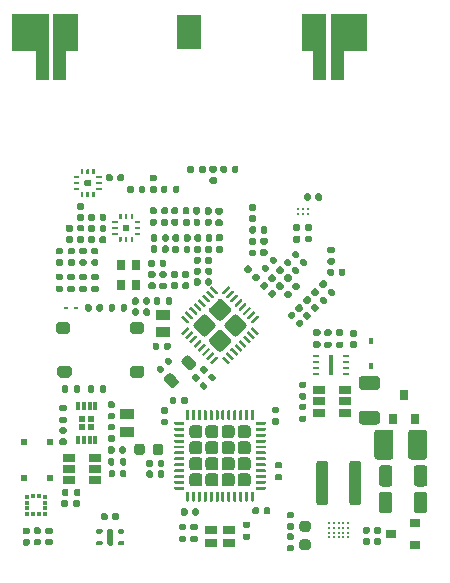
<source format=gtp>
G04 #@! TF.GenerationSoftware,KiCad,Pcbnew,(5.1.8)-1*
G04 #@! TF.CreationDate,2021-01-12T15:50:27+01:00*
G04 #@! TF.ProjectId,pcb-LR1110,7063622d-4c52-4313-9131-302e6b696361,1.1*
G04 #@! TF.SameCoordinates,PX8f0d180PY5f5e100*
G04 #@! TF.FileFunction,Paste,Top*
G04 #@! TF.FilePolarity,Positive*
%FSLAX46Y46*%
G04 Gerber Fmt 4.6, Leading zero omitted, Abs format (unit mm)*
G04 Created by KiCad (PCBNEW (5.1.8)-1) date 2021-01-12 15:50:27*
%MOMM*%
%LPD*%
G01*
G04 APERTURE LIST*
%ADD10C,0.010000*%
%ADD11R,2.000000X3.000000*%
%ADD12R,0.450000X0.600000*%
%ADD13R,1.000000X0.800000*%
%ADD14R,0.800000X0.900000*%
%ADD15R,0.550000X0.500000*%
%ADD16C,0.210000*%
%ADD17R,0.900000X0.800000*%
%ADD18R,1.060000X0.650000*%
%ADD19R,0.254000X0.254000*%
%ADD20R,0.300000X1.700000*%
%ADD21R,0.600000X0.270000*%
%ADD22R,0.300000X0.750000*%
%ADD23R,0.600000X0.500000*%
%ADD24R,0.375000X0.350000*%
%ADD25R,0.350000X0.375000*%
%ADD26R,1.150000X0.900000*%
%ADD27R,0.360000X0.250000*%
G04 APERTURE END LIST*
D10*
G36*
X-17600000Y22650000D02*
G01*
X-14600000Y22650000D01*
X-14600000Y17150000D01*
X-15600000Y17150000D01*
X-15600000Y19650000D01*
X-17600000Y19650000D01*
X-17600000Y22650000D01*
G37*
X-17600000Y22650000D02*
X-14600000Y22650000D01*
X-14600000Y17150000D01*
X-15600000Y17150000D01*
X-15600000Y19650000D01*
X-17600000Y19650000D01*
X-17600000Y22650000D01*
G36*
X-12100000Y22650000D02*
G01*
X-14100000Y22650000D01*
X-14100000Y17150000D01*
X-13100000Y17150000D01*
X-13100000Y19650000D01*
X-12100000Y19650000D01*
X-12100000Y22650000D01*
G37*
X-12100000Y22650000D02*
X-14100000Y22650000D01*
X-14100000Y17150000D01*
X-13100000Y17150000D01*
X-13100000Y19650000D01*
X-12100000Y19650000D01*
X-12100000Y22650000D01*
G36*
X12400000Y22650000D02*
G01*
X9400000Y22650000D01*
X9400000Y17150000D01*
X10400000Y17150000D01*
X10400000Y19650000D01*
X12400000Y19650000D01*
X12400000Y22650000D01*
G37*
X12400000Y22650000D02*
X9400000Y22650000D01*
X9400000Y17150000D01*
X10400000Y17150000D01*
X10400000Y19650000D01*
X12400000Y19650000D01*
X12400000Y22650000D01*
G36*
X6900000Y22650000D02*
G01*
X8900000Y22650000D01*
X8900000Y17150000D01*
X7900000Y17150000D01*
X7900000Y19650000D01*
X6900000Y19650000D01*
X6900000Y22650000D01*
G37*
X6900000Y22650000D02*
X8900000Y22650000D01*
X8900000Y17150000D01*
X7900000Y17150000D01*
X7900000Y19650000D01*
X6900000Y19650000D01*
X6900000Y22650000D01*
G36*
G01*
X-3875000Y-12062500D02*
X-3875000Y-11937500D01*
G75*
G02*
X-3812500Y-11875000I62500J0D01*
G01*
X-3087500Y-11875000D01*
G75*
G02*
X-3025000Y-11937500I0J-62500D01*
G01*
X-3025000Y-12062500D01*
G75*
G02*
X-3087500Y-12125000I-62500J0D01*
G01*
X-3812500Y-12125000D01*
G75*
G02*
X-3875000Y-12062500I0J62500D01*
G01*
G37*
G36*
G01*
X-3875000Y-12562500D02*
X-3875000Y-12437500D01*
G75*
G02*
X-3812500Y-12375000I62500J0D01*
G01*
X-3087500Y-12375000D01*
G75*
G02*
X-3025000Y-12437500I0J-62500D01*
G01*
X-3025000Y-12562500D01*
G75*
G02*
X-3087500Y-12625000I-62500J0D01*
G01*
X-3812500Y-12625000D01*
G75*
G02*
X-3875000Y-12562500I0J62500D01*
G01*
G37*
G36*
G01*
X-3875000Y-13062500D02*
X-3875000Y-12937500D01*
G75*
G02*
X-3812500Y-12875000I62500J0D01*
G01*
X-3087500Y-12875000D01*
G75*
G02*
X-3025000Y-12937500I0J-62500D01*
G01*
X-3025000Y-13062500D01*
G75*
G02*
X-3087500Y-13125000I-62500J0D01*
G01*
X-3812500Y-13125000D01*
G75*
G02*
X-3875000Y-13062500I0J62500D01*
G01*
G37*
G36*
G01*
X-3875000Y-13562500D02*
X-3875000Y-13437500D01*
G75*
G02*
X-3812500Y-13375000I62500J0D01*
G01*
X-3087500Y-13375000D01*
G75*
G02*
X-3025000Y-13437500I0J-62500D01*
G01*
X-3025000Y-13562500D01*
G75*
G02*
X-3087500Y-13625000I-62500J0D01*
G01*
X-3812500Y-13625000D01*
G75*
G02*
X-3875000Y-13562500I0J62500D01*
G01*
G37*
G36*
G01*
X-3875000Y-14062500D02*
X-3875000Y-13937500D01*
G75*
G02*
X-3812500Y-13875000I62500J0D01*
G01*
X-3087500Y-13875000D01*
G75*
G02*
X-3025000Y-13937500I0J-62500D01*
G01*
X-3025000Y-14062500D01*
G75*
G02*
X-3087500Y-14125000I-62500J0D01*
G01*
X-3812500Y-14125000D01*
G75*
G02*
X-3875000Y-14062500I0J62500D01*
G01*
G37*
G36*
G01*
X-3875000Y-14562500D02*
X-3875000Y-14437500D01*
G75*
G02*
X-3812500Y-14375000I62500J0D01*
G01*
X-3087500Y-14375000D01*
G75*
G02*
X-3025000Y-14437500I0J-62500D01*
G01*
X-3025000Y-14562500D01*
G75*
G02*
X-3087500Y-14625000I-62500J0D01*
G01*
X-3812500Y-14625000D01*
G75*
G02*
X-3875000Y-14562500I0J62500D01*
G01*
G37*
G36*
G01*
X-3875000Y-15062500D02*
X-3875000Y-14937500D01*
G75*
G02*
X-3812500Y-14875000I62500J0D01*
G01*
X-3087500Y-14875000D01*
G75*
G02*
X-3025000Y-14937500I0J-62500D01*
G01*
X-3025000Y-15062500D01*
G75*
G02*
X-3087500Y-15125000I-62500J0D01*
G01*
X-3812500Y-15125000D01*
G75*
G02*
X-3875000Y-15062500I0J62500D01*
G01*
G37*
G36*
G01*
X-3875000Y-15562500D02*
X-3875000Y-15437500D01*
G75*
G02*
X-3812500Y-15375000I62500J0D01*
G01*
X-3087500Y-15375000D01*
G75*
G02*
X-3025000Y-15437500I0J-62500D01*
G01*
X-3025000Y-15562500D01*
G75*
G02*
X-3087500Y-15625000I-62500J0D01*
G01*
X-3812500Y-15625000D01*
G75*
G02*
X-3875000Y-15562500I0J62500D01*
G01*
G37*
G36*
G01*
X-3875000Y-16062500D02*
X-3875000Y-15937500D01*
G75*
G02*
X-3812500Y-15875000I62500J0D01*
G01*
X-3087500Y-15875000D01*
G75*
G02*
X-3025000Y-15937500I0J-62500D01*
G01*
X-3025000Y-16062500D01*
G75*
G02*
X-3087500Y-16125000I-62500J0D01*
G01*
X-3812500Y-16125000D01*
G75*
G02*
X-3875000Y-16062500I0J62500D01*
G01*
G37*
G36*
G01*
X-3875000Y-16562500D02*
X-3875000Y-16437500D01*
G75*
G02*
X-3812500Y-16375000I62500J0D01*
G01*
X-3087500Y-16375000D01*
G75*
G02*
X-3025000Y-16437500I0J-62500D01*
G01*
X-3025000Y-16562500D01*
G75*
G02*
X-3087500Y-16625000I-62500J0D01*
G01*
X-3812500Y-16625000D01*
G75*
G02*
X-3875000Y-16562500I0J62500D01*
G01*
G37*
G36*
G01*
X-3875000Y-17062500D02*
X-3875000Y-16937500D01*
G75*
G02*
X-3812500Y-16875000I62500J0D01*
G01*
X-3087500Y-16875000D01*
G75*
G02*
X-3025000Y-16937500I0J-62500D01*
G01*
X-3025000Y-17062500D01*
G75*
G02*
X-3087500Y-17125000I-62500J0D01*
G01*
X-3812500Y-17125000D01*
G75*
G02*
X-3875000Y-17062500I0J62500D01*
G01*
G37*
G36*
G01*
X-3875000Y-17562500D02*
X-3875000Y-17437500D01*
G75*
G02*
X-3812500Y-17375000I62500J0D01*
G01*
X-3087500Y-17375000D01*
G75*
G02*
X-3025000Y-17437500I0J-62500D01*
G01*
X-3025000Y-17562500D01*
G75*
G02*
X-3087500Y-17625000I-62500J0D01*
G01*
X-3812500Y-17625000D01*
G75*
G02*
X-3875000Y-17562500I0J62500D01*
G01*
G37*
G36*
G01*
X-2875000Y-18562500D02*
X-2875000Y-17837500D01*
G75*
G02*
X-2812500Y-17775000I62500J0D01*
G01*
X-2687500Y-17775000D01*
G75*
G02*
X-2625000Y-17837500I0J-62500D01*
G01*
X-2625000Y-18562500D01*
G75*
G02*
X-2687500Y-18625000I-62500J0D01*
G01*
X-2812500Y-18625000D01*
G75*
G02*
X-2875000Y-18562500I0J62500D01*
G01*
G37*
G36*
G01*
X-2375000Y-18562500D02*
X-2375000Y-17837500D01*
G75*
G02*
X-2312500Y-17775000I62500J0D01*
G01*
X-2187500Y-17775000D01*
G75*
G02*
X-2125000Y-17837500I0J-62500D01*
G01*
X-2125000Y-18562500D01*
G75*
G02*
X-2187500Y-18625000I-62500J0D01*
G01*
X-2312500Y-18625000D01*
G75*
G02*
X-2375000Y-18562500I0J62500D01*
G01*
G37*
G36*
G01*
X-1875000Y-18562500D02*
X-1875000Y-17837500D01*
G75*
G02*
X-1812500Y-17775000I62500J0D01*
G01*
X-1687500Y-17775000D01*
G75*
G02*
X-1625000Y-17837500I0J-62500D01*
G01*
X-1625000Y-18562500D01*
G75*
G02*
X-1687500Y-18625000I-62500J0D01*
G01*
X-1812500Y-18625000D01*
G75*
G02*
X-1875000Y-18562500I0J62500D01*
G01*
G37*
G36*
G01*
X-1375000Y-18562500D02*
X-1375000Y-17837500D01*
G75*
G02*
X-1312500Y-17775000I62500J0D01*
G01*
X-1187500Y-17775000D01*
G75*
G02*
X-1125000Y-17837500I0J-62500D01*
G01*
X-1125000Y-18562500D01*
G75*
G02*
X-1187500Y-18625000I-62500J0D01*
G01*
X-1312500Y-18625000D01*
G75*
G02*
X-1375000Y-18562500I0J62500D01*
G01*
G37*
G36*
G01*
X-875000Y-18562500D02*
X-875000Y-17837500D01*
G75*
G02*
X-812500Y-17775000I62500J0D01*
G01*
X-687500Y-17775000D01*
G75*
G02*
X-625000Y-17837500I0J-62500D01*
G01*
X-625000Y-18562500D01*
G75*
G02*
X-687500Y-18625000I-62500J0D01*
G01*
X-812500Y-18625000D01*
G75*
G02*
X-875000Y-18562500I0J62500D01*
G01*
G37*
G36*
G01*
X-375000Y-18562500D02*
X-375000Y-17837500D01*
G75*
G02*
X-312500Y-17775000I62500J0D01*
G01*
X-187500Y-17775000D01*
G75*
G02*
X-125000Y-17837500I0J-62500D01*
G01*
X-125000Y-18562500D01*
G75*
G02*
X-187500Y-18625000I-62500J0D01*
G01*
X-312500Y-18625000D01*
G75*
G02*
X-375000Y-18562500I0J62500D01*
G01*
G37*
G36*
G01*
X125000Y-18562500D02*
X125000Y-17837500D01*
G75*
G02*
X187500Y-17775000I62500J0D01*
G01*
X312500Y-17775000D01*
G75*
G02*
X375000Y-17837500I0J-62500D01*
G01*
X375000Y-18562500D01*
G75*
G02*
X312500Y-18625000I-62500J0D01*
G01*
X187500Y-18625000D01*
G75*
G02*
X125000Y-18562500I0J62500D01*
G01*
G37*
G36*
G01*
X625000Y-18562500D02*
X625000Y-17837500D01*
G75*
G02*
X687500Y-17775000I62500J0D01*
G01*
X812500Y-17775000D01*
G75*
G02*
X875000Y-17837500I0J-62500D01*
G01*
X875000Y-18562500D01*
G75*
G02*
X812500Y-18625000I-62500J0D01*
G01*
X687500Y-18625000D01*
G75*
G02*
X625000Y-18562500I0J62500D01*
G01*
G37*
G36*
G01*
X1125000Y-18562500D02*
X1125000Y-17837500D01*
G75*
G02*
X1187500Y-17775000I62500J0D01*
G01*
X1312500Y-17775000D01*
G75*
G02*
X1375000Y-17837500I0J-62500D01*
G01*
X1375000Y-18562500D01*
G75*
G02*
X1312500Y-18625000I-62500J0D01*
G01*
X1187500Y-18625000D01*
G75*
G02*
X1125000Y-18562500I0J62500D01*
G01*
G37*
G36*
G01*
X1625000Y-18562500D02*
X1625000Y-17837500D01*
G75*
G02*
X1687500Y-17775000I62500J0D01*
G01*
X1812500Y-17775000D01*
G75*
G02*
X1875000Y-17837500I0J-62500D01*
G01*
X1875000Y-18562500D01*
G75*
G02*
X1812500Y-18625000I-62500J0D01*
G01*
X1687500Y-18625000D01*
G75*
G02*
X1625000Y-18562500I0J62500D01*
G01*
G37*
G36*
G01*
X2125000Y-18562500D02*
X2125000Y-17837500D01*
G75*
G02*
X2187500Y-17775000I62500J0D01*
G01*
X2312500Y-17775000D01*
G75*
G02*
X2375000Y-17837500I0J-62500D01*
G01*
X2375000Y-18562500D01*
G75*
G02*
X2312500Y-18625000I-62500J0D01*
G01*
X2187500Y-18625000D01*
G75*
G02*
X2125000Y-18562500I0J62500D01*
G01*
G37*
G36*
G01*
X2625000Y-18562500D02*
X2625000Y-17837500D01*
G75*
G02*
X2687500Y-17775000I62500J0D01*
G01*
X2812500Y-17775000D01*
G75*
G02*
X2875000Y-17837500I0J-62500D01*
G01*
X2875000Y-18562500D01*
G75*
G02*
X2812500Y-18625000I-62500J0D01*
G01*
X2687500Y-18625000D01*
G75*
G02*
X2625000Y-18562500I0J62500D01*
G01*
G37*
G36*
G01*
X3025000Y-17562500D02*
X3025000Y-17437500D01*
G75*
G02*
X3087500Y-17375000I62500J0D01*
G01*
X3812500Y-17375000D01*
G75*
G02*
X3875000Y-17437500I0J-62500D01*
G01*
X3875000Y-17562500D01*
G75*
G02*
X3812500Y-17625000I-62500J0D01*
G01*
X3087500Y-17625000D01*
G75*
G02*
X3025000Y-17562500I0J62500D01*
G01*
G37*
G36*
G01*
X3025000Y-17062500D02*
X3025000Y-16937500D01*
G75*
G02*
X3087500Y-16875000I62500J0D01*
G01*
X3812500Y-16875000D01*
G75*
G02*
X3875000Y-16937500I0J-62500D01*
G01*
X3875000Y-17062500D01*
G75*
G02*
X3812500Y-17125000I-62500J0D01*
G01*
X3087500Y-17125000D01*
G75*
G02*
X3025000Y-17062500I0J62500D01*
G01*
G37*
G36*
G01*
X3025000Y-16562500D02*
X3025000Y-16437500D01*
G75*
G02*
X3087500Y-16375000I62500J0D01*
G01*
X3812500Y-16375000D01*
G75*
G02*
X3875000Y-16437500I0J-62500D01*
G01*
X3875000Y-16562500D01*
G75*
G02*
X3812500Y-16625000I-62500J0D01*
G01*
X3087500Y-16625000D01*
G75*
G02*
X3025000Y-16562500I0J62500D01*
G01*
G37*
G36*
G01*
X3025000Y-16062500D02*
X3025000Y-15937500D01*
G75*
G02*
X3087500Y-15875000I62500J0D01*
G01*
X3812500Y-15875000D01*
G75*
G02*
X3875000Y-15937500I0J-62500D01*
G01*
X3875000Y-16062500D01*
G75*
G02*
X3812500Y-16125000I-62500J0D01*
G01*
X3087500Y-16125000D01*
G75*
G02*
X3025000Y-16062500I0J62500D01*
G01*
G37*
G36*
G01*
X3025000Y-15562500D02*
X3025000Y-15437500D01*
G75*
G02*
X3087500Y-15375000I62500J0D01*
G01*
X3812500Y-15375000D01*
G75*
G02*
X3875000Y-15437500I0J-62500D01*
G01*
X3875000Y-15562500D01*
G75*
G02*
X3812500Y-15625000I-62500J0D01*
G01*
X3087500Y-15625000D01*
G75*
G02*
X3025000Y-15562500I0J62500D01*
G01*
G37*
G36*
G01*
X3025000Y-15062500D02*
X3025000Y-14937500D01*
G75*
G02*
X3087500Y-14875000I62500J0D01*
G01*
X3812500Y-14875000D01*
G75*
G02*
X3875000Y-14937500I0J-62500D01*
G01*
X3875000Y-15062500D01*
G75*
G02*
X3812500Y-15125000I-62500J0D01*
G01*
X3087500Y-15125000D01*
G75*
G02*
X3025000Y-15062500I0J62500D01*
G01*
G37*
G36*
G01*
X3025000Y-14562500D02*
X3025000Y-14437500D01*
G75*
G02*
X3087500Y-14375000I62500J0D01*
G01*
X3812500Y-14375000D01*
G75*
G02*
X3875000Y-14437500I0J-62500D01*
G01*
X3875000Y-14562500D01*
G75*
G02*
X3812500Y-14625000I-62500J0D01*
G01*
X3087500Y-14625000D01*
G75*
G02*
X3025000Y-14562500I0J62500D01*
G01*
G37*
G36*
G01*
X3025000Y-14062500D02*
X3025000Y-13937500D01*
G75*
G02*
X3087500Y-13875000I62500J0D01*
G01*
X3812500Y-13875000D01*
G75*
G02*
X3875000Y-13937500I0J-62500D01*
G01*
X3875000Y-14062500D01*
G75*
G02*
X3812500Y-14125000I-62500J0D01*
G01*
X3087500Y-14125000D01*
G75*
G02*
X3025000Y-14062500I0J62500D01*
G01*
G37*
G36*
G01*
X3025000Y-13562500D02*
X3025000Y-13437500D01*
G75*
G02*
X3087500Y-13375000I62500J0D01*
G01*
X3812500Y-13375000D01*
G75*
G02*
X3875000Y-13437500I0J-62500D01*
G01*
X3875000Y-13562500D01*
G75*
G02*
X3812500Y-13625000I-62500J0D01*
G01*
X3087500Y-13625000D01*
G75*
G02*
X3025000Y-13562500I0J62500D01*
G01*
G37*
G36*
G01*
X3025000Y-13062500D02*
X3025000Y-12937500D01*
G75*
G02*
X3087500Y-12875000I62500J0D01*
G01*
X3812500Y-12875000D01*
G75*
G02*
X3875000Y-12937500I0J-62500D01*
G01*
X3875000Y-13062500D01*
G75*
G02*
X3812500Y-13125000I-62500J0D01*
G01*
X3087500Y-13125000D01*
G75*
G02*
X3025000Y-13062500I0J62500D01*
G01*
G37*
G36*
G01*
X3025000Y-12562500D02*
X3025000Y-12437500D01*
G75*
G02*
X3087500Y-12375000I62500J0D01*
G01*
X3812500Y-12375000D01*
G75*
G02*
X3875000Y-12437500I0J-62500D01*
G01*
X3875000Y-12562500D01*
G75*
G02*
X3812500Y-12625000I-62500J0D01*
G01*
X3087500Y-12625000D01*
G75*
G02*
X3025000Y-12562500I0J62500D01*
G01*
G37*
G36*
G01*
X3025000Y-12062500D02*
X3025000Y-11937500D01*
G75*
G02*
X3087500Y-11875000I62500J0D01*
G01*
X3812500Y-11875000D01*
G75*
G02*
X3875000Y-11937500I0J-62500D01*
G01*
X3875000Y-12062500D01*
G75*
G02*
X3812500Y-12125000I-62500J0D01*
G01*
X3087500Y-12125000D01*
G75*
G02*
X3025000Y-12062500I0J62500D01*
G01*
G37*
G36*
G01*
X2625000Y-11662500D02*
X2625000Y-10937500D01*
G75*
G02*
X2687500Y-10875000I62500J0D01*
G01*
X2812500Y-10875000D01*
G75*
G02*
X2875000Y-10937500I0J-62500D01*
G01*
X2875000Y-11662500D01*
G75*
G02*
X2812500Y-11725000I-62500J0D01*
G01*
X2687500Y-11725000D01*
G75*
G02*
X2625000Y-11662500I0J62500D01*
G01*
G37*
G36*
G01*
X2125000Y-11662500D02*
X2125000Y-10937500D01*
G75*
G02*
X2187500Y-10875000I62500J0D01*
G01*
X2312500Y-10875000D01*
G75*
G02*
X2375000Y-10937500I0J-62500D01*
G01*
X2375000Y-11662500D01*
G75*
G02*
X2312500Y-11725000I-62500J0D01*
G01*
X2187500Y-11725000D01*
G75*
G02*
X2125000Y-11662500I0J62500D01*
G01*
G37*
G36*
G01*
X1625000Y-11662500D02*
X1625000Y-10937500D01*
G75*
G02*
X1687500Y-10875000I62500J0D01*
G01*
X1812500Y-10875000D01*
G75*
G02*
X1875000Y-10937500I0J-62500D01*
G01*
X1875000Y-11662500D01*
G75*
G02*
X1812500Y-11725000I-62500J0D01*
G01*
X1687500Y-11725000D01*
G75*
G02*
X1625000Y-11662500I0J62500D01*
G01*
G37*
G36*
G01*
X1125000Y-11662500D02*
X1125000Y-10937500D01*
G75*
G02*
X1187500Y-10875000I62500J0D01*
G01*
X1312500Y-10875000D01*
G75*
G02*
X1375000Y-10937500I0J-62500D01*
G01*
X1375000Y-11662500D01*
G75*
G02*
X1312500Y-11725000I-62500J0D01*
G01*
X1187500Y-11725000D01*
G75*
G02*
X1125000Y-11662500I0J62500D01*
G01*
G37*
G36*
G01*
X625000Y-11662500D02*
X625000Y-10937500D01*
G75*
G02*
X687500Y-10875000I62500J0D01*
G01*
X812500Y-10875000D01*
G75*
G02*
X875000Y-10937500I0J-62500D01*
G01*
X875000Y-11662500D01*
G75*
G02*
X812500Y-11725000I-62500J0D01*
G01*
X687500Y-11725000D01*
G75*
G02*
X625000Y-11662500I0J62500D01*
G01*
G37*
G36*
G01*
X125000Y-11662500D02*
X125000Y-10937500D01*
G75*
G02*
X187500Y-10875000I62500J0D01*
G01*
X312500Y-10875000D01*
G75*
G02*
X375000Y-10937500I0J-62500D01*
G01*
X375000Y-11662500D01*
G75*
G02*
X312500Y-11725000I-62500J0D01*
G01*
X187500Y-11725000D01*
G75*
G02*
X125000Y-11662500I0J62500D01*
G01*
G37*
G36*
G01*
X-375000Y-11662500D02*
X-375000Y-10937500D01*
G75*
G02*
X-312500Y-10875000I62500J0D01*
G01*
X-187500Y-10875000D01*
G75*
G02*
X-125000Y-10937500I0J-62500D01*
G01*
X-125000Y-11662500D01*
G75*
G02*
X-187500Y-11725000I-62500J0D01*
G01*
X-312500Y-11725000D01*
G75*
G02*
X-375000Y-11662500I0J62500D01*
G01*
G37*
G36*
G01*
X-875000Y-11662500D02*
X-875000Y-10937500D01*
G75*
G02*
X-812500Y-10875000I62500J0D01*
G01*
X-687500Y-10875000D01*
G75*
G02*
X-625000Y-10937500I0J-62500D01*
G01*
X-625000Y-11662500D01*
G75*
G02*
X-687500Y-11725000I-62500J0D01*
G01*
X-812500Y-11725000D01*
G75*
G02*
X-875000Y-11662500I0J62500D01*
G01*
G37*
G36*
G01*
X-1375000Y-11662500D02*
X-1375000Y-10937500D01*
G75*
G02*
X-1312500Y-10875000I62500J0D01*
G01*
X-1187500Y-10875000D01*
G75*
G02*
X-1125000Y-10937500I0J-62500D01*
G01*
X-1125000Y-11662500D01*
G75*
G02*
X-1187500Y-11725000I-62500J0D01*
G01*
X-1312500Y-11725000D01*
G75*
G02*
X-1375000Y-11662500I0J62500D01*
G01*
G37*
G36*
G01*
X-1875000Y-11662500D02*
X-1875000Y-10937500D01*
G75*
G02*
X-1812500Y-10875000I62500J0D01*
G01*
X-1687500Y-10875000D01*
G75*
G02*
X-1625000Y-10937500I0J-62500D01*
G01*
X-1625000Y-11662500D01*
G75*
G02*
X-1687500Y-11725000I-62500J0D01*
G01*
X-1812500Y-11725000D01*
G75*
G02*
X-1875000Y-11662500I0J62500D01*
G01*
G37*
G36*
G01*
X-2375000Y-11662500D02*
X-2375000Y-10937500D01*
G75*
G02*
X-2312500Y-10875000I62500J0D01*
G01*
X-2187500Y-10875000D01*
G75*
G02*
X-2125000Y-10937500I0J-62500D01*
G01*
X-2125000Y-11662500D01*
G75*
G02*
X-2187500Y-11725000I-62500J0D01*
G01*
X-2312500Y-11725000D01*
G75*
G02*
X-2375000Y-11662500I0J62500D01*
G01*
G37*
G36*
G01*
X-2875000Y-11662500D02*
X-2875000Y-10937500D01*
G75*
G02*
X-2812500Y-10875000I62500J0D01*
G01*
X-2687500Y-10875000D01*
G75*
G02*
X-2625000Y-10937500I0J-62500D01*
G01*
X-2625000Y-11662500D01*
G75*
G02*
X-2687500Y-11725000I-62500J0D01*
G01*
X-2812500Y-11725000D01*
G75*
G02*
X-2875000Y-11662500I0J62500D01*
G01*
G37*
G36*
G01*
X-2590000Y-13010000D02*
X-2590000Y-12410000D01*
G75*
G02*
X-2340000Y-12160000I250000J0D01*
G01*
X-1740000Y-12160000D01*
G75*
G02*
X-1490000Y-12410000I0J-250000D01*
G01*
X-1490000Y-13010000D01*
G75*
G02*
X-1740000Y-13260000I-250000J0D01*
G01*
X-2340000Y-13260000D01*
G75*
G02*
X-2590000Y-13010000I0J250000D01*
G01*
G37*
G36*
G01*
X-2590000Y-14370000D02*
X-2590000Y-13770000D01*
G75*
G02*
X-2340000Y-13520000I250000J0D01*
G01*
X-1740000Y-13520000D01*
G75*
G02*
X-1490000Y-13770000I0J-250000D01*
G01*
X-1490000Y-14370000D01*
G75*
G02*
X-1740000Y-14620000I-250000J0D01*
G01*
X-2340000Y-14620000D01*
G75*
G02*
X-2590000Y-14370000I0J250000D01*
G01*
G37*
G36*
G01*
X-2590000Y-15730000D02*
X-2590000Y-15130000D01*
G75*
G02*
X-2340000Y-14880000I250000J0D01*
G01*
X-1740000Y-14880000D01*
G75*
G02*
X-1490000Y-15130000I0J-250000D01*
G01*
X-1490000Y-15730000D01*
G75*
G02*
X-1740000Y-15980000I-250000J0D01*
G01*
X-2340000Y-15980000D01*
G75*
G02*
X-2590000Y-15730000I0J250000D01*
G01*
G37*
G36*
G01*
X-2590000Y-17090000D02*
X-2590000Y-16490000D01*
G75*
G02*
X-2340000Y-16240000I250000J0D01*
G01*
X-1740000Y-16240000D01*
G75*
G02*
X-1490000Y-16490000I0J-250000D01*
G01*
X-1490000Y-17090000D01*
G75*
G02*
X-1740000Y-17340000I-250000J0D01*
G01*
X-2340000Y-17340000D01*
G75*
G02*
X-2590000Y-17090000I0J250000D01*
G01*
G37*
G36*
G01*
X-1230000Y-13010000D02*
X-1230000Y-12410000D01*
G75*
G02*
X-980000Y-12160000I250000J0D01*
G01*
X-380000Y-12160000D01*
G75*
G02*
X-130000Y-12410000I0J-250000D01*
G01*
X-130000Y-13010000D01*
G75*
G02*
X-380000Y-13260000I-250000J0D01*
G01*
X-980000Y-13260000D01*
G75*
G02*
X-1230000Y-13010000I0J250000D01*
G01*
G37*
G36*
G01*
X-1230000Y-14370000D02*
X-1230000Y-13770000D01*
G75*
G02*
X-980000Y-13520000I250000J0D01*
G01*
X-380000Y-13520000D01*
G75*
G02*
X-130000Y-13770000I0J-250000D01*
G01*
X-130000Y-14370000D01*
G75*
G02*
X-380000Y-14620000I-250000J0D01*
G01*
X-980000Y-14620000D01*
G75*
G02*
X-1230000Y-14370000I0J250000D01*
G01*
G37*
G36*
G01*
X-1230000Y-15730000D02*
X-1230000Y-15130000D01*
G75*
G02*
X-980000Y-14880000I250000J0D01*
G01*
X-380000Y-14880000D01*
G75*
G02*
X-130000Y-15130000I0J-250000D01*
G01*
X-130000Y-15730000D01*
G75*
G02*
X-380000Y-15980000I-250000J0D01*
G01*
X-980000Y-15980000D01*
G75*
G02*
X-1230000Y-15730000I0J250000D01*
G01*
G37*
G36*
G01*
X-1230000Y-17090000D02*
X-1230000Y-16490000D01*
G75*
G02*
X-980000Y-16240000I250000J0D01*
G01*
X-380000Y-16240000D01*
G75*
G02*
X-130000Y-16490000I0J-250000D01*
G01*
X-130000Y-17090000D01*
G75*
G02*
X-380000Y-17340000I-250000J0D01*
G01*
X-980000Y-17340000D01*
G75*
G02*
X-1230000Y-17090000I0J250000D01*
G01*
G37*
G36*
G01*
X130000Y-13010000D02*
X130000Y-12410000D01*
G75*
G02*
X380000Y-12160000I250000J0D01*
G01*
X980000Y-12160000D01*
G75*
G02*
X1230000Y-12410000I0J-250000D01*
G01*
X1230000Y-13010000D01*
G75*
G02*
X980000Y-13260000I-250000J0D01*
G01*
X380000Y-13260000D01*
G75*
G02*
X130000Y-13010000I0J250000D01*
G01*
G37*
G36*
G01*
X130000Y-14370000D02*
X130000Y-13770000D01*
G75*
G02*
X380000Y-13520000I250000J0D01*
G01*
X980000Y-13520000D01*
G75*
G02*
X1230000Y-13770000I0J-250000D01*
G01*
X1230000Y-14370000D01*
G75*
G02*
X980000Y-14620000I-250000J0D01*
G01*
X380000Y-14620000D01*
G75*
G02*
X130000Y-14370000I0J250000D01*
G01*
G37*
G36*
G01*
X130000Y-15730000D02*
X130000Y-15130000D01*
G75*
G02*
X380000Y-14880000I250000J0D01*
G01*
X980000Y-14880000D01*
G75*
G02*
X1230000Y-15130000I0J-250000D01*
G01*
X1230000Y-15730000D01*
G75*
G02*
X980000Y-15980000I-250000J0D01*
G01*
X380000Y-15980000D01*
G75*
G02*
X130000Y-15730000I0J250000D01*
G01*
G37*
G36*
G01*
X130000Y-17090000D02*
X130000Y-16490000D01*
G75*
G02*
X380000Y-16240000I250000J0D01*
G01*
X980000Y-16240000D01*
G75*
G02*
X1230000Y-16490000I0J-250000D01*
G01*
X1230000Y-17090000D01*
G75*
G02*
X980000Y-17340000I-250000J0D01*
G01*
X380000Y-17340000D01*
G75*
G02*
X130000Y-17090000I0J250000D01*
G01*
G37*
G36*
G01*
X1490000Y-13010000D02*
X1490000Y-12410000D01*
G75*
G02*
X1740000Y-12160000I250000J0D01*
G01*
X2340000Y-12160000D01*
G75*
G02*
X2590000Y-12410000I0J-250000D01*
G01*
X2590000Y-13010000D01*
G75*
G02*
X2340000Y-13260000I-250000J0D01*
G01*
X1740000Y-13260000D01*
G75*
G02*
X1490000Y-13010000I0J250000D01*
G01*
G37*
G36*
G01*
X1490000Y-14370000D02*
X1490000Y-13770000D01*
G75*
G02*
X1740000Y-13520000I250000J0D01*
G01*
X2340000Y-13520000D01*
G75*
G02*
X2590000Y-13770000I0J-250000D01*
G01*
X2590000Y-14370000D01*
G75*
G02*
X2340000Y-14620000I-250000J0D01*
G01*
X1740000Y-14620000D01*
G75*
G02*
X1490000Y-14370000I0J250000D01*
G01*
G37*
G36*
G01*
X1490000Y-15730000D02*
X1490000Y-15130000D01*
G75*
G02*
X1740000Y-14880000I250000J0D01*
G01*
X2340000Y-14880000D01*
G75*
G02*
X2590000Y-15130000I0J-250000D01*
G01*
X2590000Y-15730000D01*
G75*
G02*
X2340000Y-15980000I-250000J0D01*
G01*
X1740000Y-15980000D01*
G75*
G02*
X1490000Y-15730000I0J250000D01*
G01*
G37*
G36*
G01*
X1490000Y-17090000D02*
X1490000Y-16490000D01*
G75*
G02*
X1740000Y-16240000I250000J0D01*
G01*
X2340000Y-16240000D01*
G75*
G02*
X2590000Y-16490000I0J-250000D01*
G01*
X2590000Y-17090000D01*
G75*
G02*
X2340000Y-17340000I-250000J0D01*
G01*
X1740000Y-17340000D01*
G75*
G02*
X1490000Y-17090000I0J250000D01*
G01*
G37*
D11*
X-2600000Y21150000D03*
G36*
G01*
X12215355Y-20766066D02*
X12555355Y-20766066D01*
G75*
G02*
X12695355Y-20906066I0J-140000D01*
G01*
X12695355Y-21186066D01*
G75*
G02*
X12555355Y-21326066I-140000J0D01*
G01*
X12215355Y-21326066D01*
G75*
G02*
X12075355Y-21186066I0J140000D01*
G01*
X12075355Y-20906066D01*
G75*
G02*
X12215355Y-20766066I140000J0D01*
G01*
G37*
G36*
G01*
X12215355Y-21726066D02*
X12555355Y-21726066D01*
G75*
G02*
X12695355Y-21866066I0J-140000D01*
G01*
X12695355Y-22146066D01*
G75*
G02*
X12555355Y-22286066I-140000J0D01*
G01*
X12215355Y-22286066D01*
G75*
G02*
X12075355Y-22146066I0J140000D01*
G01*
X12075355Y-21866066D01*
G75*
G02*
X12215355Y-21726066I140000J0D01*
G01*
G37*
G36*
G01*
X13165355Y-21726066D02*
X13505355Y-21726066D01*
G75*
G02*
X13645355Y-21866066I0J-140000D01*
G01*
X13645355Y-22146066D01*
G75*
G02*
X13505355Y-22286066I-140000J0D01*
G01*
X13165355Y-22286066D01*
G75*
G02*
X13025355Y-22146066I0J140000D01*
G01*
X13025355Y-21866066D01*
G75*
G02*
X13165355Y-21726066I140000J0D01*
G01*
G37*
G36*
G01*
X13165355Y-20766066D02*
X13505355Y-20766066D01*
G75*
G02*
X13645355Y-20906066I0J-140000D01*
G01*
X13645355Y-21186066D01*
G75*
G02*
X13505355Y-21326066I-140000J0D01*
G01*
X13165355Y-21326066D01*
G75*
G02*
X13025355Y-21186066I0J140000D01*
G01*
X13025355Y-20906066D01*
G75*
G02*
X13165355Y-20766066I140000J0D01*
G01*
G37*
G36*
G01*
X17550000Y-15799999D02*
X17550000Y-17100001D01*
G75*
G02*
X17300001Y-17350000I-249999J0D01*
G01*
X16649999Y-17350000D01*
G75*
G02*
X16400000Y-17100001I0J249999D01*
G01*
X16400000Y-15799999D01*
G75*
G02*
X16649999Y-15550000I249999J0D01*
G01*
X17300001Y-15550000D01*
G75*
G02*
X17550000Y-15799999I0J-249999D01*
G01*
G37*
G36*
G01*
X14600000Y-15799999D02*
X14600000Y-17100001D01*
G75*
G02*
X14350001Y-17350000I-249999J0D01*
G01*
X13699999Y-17350000D01*
G75*
G02*
X13450000Y-17100001I0J249999D01*
G01*
X13450000Y-15799999D01*
G75*
G02*
X13699999Y-15550000I249999J0D01*
G01*
X14350001Y-15550000D01*
G75*
G02*
X14600000Y-15799999I0J-249999D01*
G01*
G37*
G36*
G01*
X14600000Y-18049999D02*
X14600000Y-19350001D01*
G75*
G02*
X14350001Y-19600000I-249999J0D01*
G01*
X13699999Y-19600000D01*
G75*
G02*
X13450000Y-19350001I0J249999D01*
G01*
X13450000Y-18049999D01*
G75*
G02*
X13699999Y-17800000I249999J0D01*
G01*
X14350001Y-17800000D01*
G75*
G02*
X14600000Y-18049999I0J-249999D01*
G01*
G37*
G36*
G01*
X17550000Y-18049999D02*
X17550000Y-19350001D01*
G75*
G02*
X17300001Y-19600000I-249999J0D01*
G01*
X16649999Y-19600000D01*
G75*
G02*
X16400000Y-19350001I0J249999D01*
G01*
X16400000Y-18049999D01*
G75*
G02*
X16649999Y-17800000I249999J0D01*
G01*
X17300001Y-17800000D01*
G75*
G02*
X17550000Y-18049999I0J-249999D01*
G01*
G37*
G36*
G01*
X13300001Y-12100000D02*
X11999999Y-12100000D01*
G75*
G02*
X11750000Y-11850001I0J249999D01*
G01*
X11750000Y-11199999D01*
G75*
G02*
X11999999Y-10950000I249999J0D01*
G01*
X13300001Y-10950000D01*
G75*
G02*
X13550000Y-11199999I0J-249999D01*
G01*
X13550000Y-11850001D01*
G75*
G02*
X13300001Y-12100000I-249999J0D01*
G01*
G37*
G36*
G01*
X13300001Y-9150000D02*
X11999999Y-9150000D01*
G75*
G02*
X11750000Y-8900001I0J249999D01*
G01*
X11750000Y-8249999D01*
G75*
G02*
X11999999Y-8000000I249999J0D01*
G01*
X13300001Y-8000000D01*
G75*
G02*
X13550000Y-8249999I0J-249999D01*
G01*
X13550000Y-8900001D01*
G75*
G02*
X13300001Y-9150000I-249999J0D01*
G01*
G37*
G36*
G01*
X-4660000Y320000D02*
X-5000000Y320000D01*
G75*
G02*
X-5140000Y460000I0J140000D01*
G01*
X-5140000Y740000D01*
G75*
G02*
X-5000000Y880000I140000J0D01*
G01*
X-4660000Y880000D01*
G75*
G02*
X-4520000Y740000I0J-140000D01*
G01*
X-4520000Y460000D01*
G75*
G02*
X-4660000Y320000I-140000J0D01*
G01*
G37*
G36*
G01*
X-4660000Y-640000D02*
X-5000000Y-640000D01*
G75*
G02*
X-5140000Y-500000I0J140000D01*
G01*
X-5140000Y-220000D01*
G75*
G02*
X-5000000Y-80000I140000J0D01*
G01*
X-4660000Y-80000D01*
G75*
G02*
X-4520000Y-220000I0J-140000D01*
G01*
X-4520000Y-500000D01*
G75*
G02*
X-4660000Y-640000I-140000J0D01*
G01*
G37*
G36*
G01*
X6120000Y-22840000D02*
X5780000Y-22840000D01*
G75*
G02*
X5640000Y-22700000I0J140000D01*
G01*
X5640000Y-22420000D01*
G75*
G02*
X5780000Y-22280000I140000J0D01*
G01*
X6120000Y-22280000D01*
G75*
G02*
X6260000Y-22420000I0J-140000D01*
G01*
X6260000Y-22700000D01*
G75*
G02*
X6120000Y-22840000I-140000J0D01*
G01*
G37*
G36*
G01*
X6120000Y-21880000D02*
X5780000Y-21880000D01*
G75*
G02*
X5640000Y-21740000I0J140000D01*
G01*
X5640000Y-21460000D01*
G75*
G02*
X5780000Y-21320000I140000J0D01*
G01*
X6120000Y-21320000D01*
G75*
G02*
X6260000Y-21460000I0J-140000D01*
G01*
X6260000Y-21740000D01*
G75*
G02*
X6120000Y-21880000I-140000J0D01*
G01*
G37*
G36*
G01*
X6120000Y-20050000D02*
X5780000Y-20050000D01*
G75*
G02*
X5640000Y-19910000I0J140000D01*
G01*
X5640000Y-19630000D01*
G75*
G02*
X5780000Y-19490000I140000J0D01*
G01*
X6120000Y-19490000D01*
G75*
G02*
X6260000Y-19630000I0J-140000D01*
G01*
X6260000Y-19910000D01*
G75*
G02*
X6120000Y-20050000I-140000J0D01*
G01*
G37*
G36*
G01*
X6120000Y-21010000D02*
X5780000Y-21010000D01*
G75*
G02*
X5640000Y-20870000I0J140000D01*
G01*
X5640000Y-20590000D01*
G75*
G02*
X5780000Y-20450000I140000J0D01*
G01*
X6120000Y-20450000D01*
G75*
G02*
X6260000Y-20590000I0J-140000D01*
G01*
X6260000Y-20870000D01*
G75*
G02*
X6120000Y-21010000I-140000J0D01*
G01*
G37*
G36*
G01*
X7450000Y-22725000D02*
X6950000Y-22725000D01*
G75*
G02*
X6725000Y-22500000I0J225000D01*
G01*
X6725000Y-22050000D01*
G75*
G02*
X6950000Y-21825000I225000J0D01*
G01*
X7450000Y-21825000D01*
G75*
G02*
X7675000Y-22050000I0J-225000D01*
G01*
X7675000Y-22500000D01*
G75*
G02*
X7450000Y-22725000I-225000J0D01*
G01*
G37*
G36*
G01*
X7450000Y-21175000D02*
X6950000Y-21175000D01*
G75*
G02*
X6725000Y-20950000I0J225000D01*
G01*
X6725000Y-20500000D01*
G75*
G02*
X6950000Y-20275000I225000J0D01*
G01*
X7450000Y-20275000D01*
G75*
G02*
X7675000Y-20500000I0J-225000D01*
G01*
X7675000Y-20950000D01*
G75*
G02*
X7450000Y-21175000I-225000J0D01*
G01*
G37*
G36*
G01*
X-2750000Y-19330000D02*
X-2750000Y-19670000D01*
G75*
G02*
X-2890000Y-19810000I-140000J0D01*
G01*
X-3170000Y-19810000D01*
G75*
G02*
X-3310000Y-19670000I0J140000D01*
G01*
X-3310000Y-19330000D01*
G75*
G02*
X-3170000Y-19190000I140000J0D01*
G01*
X-2890000Y-19190000D01*
G75*
G02*
X-2750000Y-19330000I0J-140000D01*
G01*
G37*
G36*
G01*
X-1790000Y-19330000D02*
X-1790000Y-19670000D01*
G75*
G02*
X-1930000Y-19810000I-140000J0D01*
G01*
X-2210000Y-19810000D01*
G75*
G02*
X-2350000Y-19670000I0J140000D01*
G01*
X-2350000Y-19330000D01*
G75*
G02*
X-2210000Y-19190000I140000J0D01*
G01*
X-1930000Y-19190000D01*
G75*
G02*
X-1790000Y-19330000I0J-140000D01*
G01*
G37*
G36*
G01*
X6830000Y-9420000D02*
X7170000Y-9420000D01*
G75*
G02*
X7310000Y-9560000I0J-140000D01*
G01*
X7310000Y-9840000D01*
G75*
G02*
X7170000Y-9980000I-140000J0D01*
G01*
X6830000Y-9980000D01*
G75*
G02*
X6690000Y-9840000I0J140000D01*
G01*
X6690000Y-9560000D01*
G75*
G02*
X6830000Y-9420000I140000J0D01*
G01*
G37*
G36*
G01*
X6830000Y-8460000D02*
X7170000Y-8460000D01*
G75*
G02*
X7310000Y-8600000I0J-140000D01*
G01*
X7310000Y-8880000D01*
G75*
G02*
X7170000Y-9020000I-140000J0D01*
G01*
X6830000Y-9020000D01*
G75*
G02*
X6690000Y-8880000I0J140000D01*
G01*
X6690000Y-8600000D01*
G75*
G02*
X6830000Y-8460000I140000J0D01*
G01*
G37*
G36*
G01*
X-9440000Y-16420000D02*
X-9440000Y-16080000D01*
G75*
G02*
X-9300000Y-15940000I140000J0D01*
G01*
X-9020000Y-15940000D01*
G75*
G02*
X-8880000Y-16080000I0J-140000D01*
G01*
X-8880000Y-16420000D01*
G75*
G02*
X-9020000Y-16560000I-140000J0D01*
G01*
X-9300000Y-16560000D01*
G75*
G02*
X-9440000Y-16420000I0J140000D01*
G01*
G37*
G36*
G01*
X-8480000Y-16420000D02*
X-8480000Y-16080000D01*
G75*
G02*
X-8340000Y-15940000I140000J0D01*
G01*
X-8060000Y-15940000D01*
G75*
G02*
X-7920000Y-16080000I0J-140000D01*
G01*
X-7920000Y-16420000D01*
G75*
G02*
X-8060000Y-16560000I-140000J0D01*
G01*
X-8340000Y-16560000D01*
G75*
G02*
X-8480000Y-16420000I0J140000D01*
G01*
G37*
G36*
G01*
X-6080000Y1390000D02*
X-6080000Y1730000D01*
G75*
G02*
X-5940000Y1870000I140000J0D01*
G01*
X-5660000Y1870000D01*
G75*
G02*
X-5520000Y1730000I0J-140000D01*
G01*
X-5520000Y1390000D01*
G75*
G02*
X-5660000Y1250000I-140000J0D01*
G01*
X-5940000Y1250000D01*
G75*
G02*
X-6080000Y1390000I0J140000D01*
G01*
G37*
G36*
G01*
X-5120000Y1390000D02*
X-5120000Y1730000D01*
G75*
G02*
X-4980000Y1870000I140000J0D01*
G01*
X-4700000Y1870000D01*
G75*
G02*
X-4560000Y1730000I0J-140000D01*
G01*
X-4560000Y1390000D01*
G75*
G02*
X-4700000Y1250000I-140000J0D01*
G01*
X-4980000Y1250000D01*
G75*
G02*
X-5120000Y1390000I0J140000D01*
G01*
G37*
G36*
G01*
X-645000Y3870000D02*
X-645000Y3530000D01*
G75*
G02*
X-785000Y3390000I-140000J0D01*
G01*
X-1065000Y3390000D01*
G75*
G02*
X-1205000Y3530000I0J140000D01*
G01*
X-1205000Y3870000D01*
G75*
G02*
X-1065000Y4010000I140000J0D01*
G01*
X-785000Y4010000D01*
G75*
G02*
X-645000Y3870000I0J-140000D01*
G01*
G37*
G36*
G01*
X-1605000Y3870000D02*
X-1605000Y3530000D01*
G75*
G02*
X-1745000Y3390000I-140000J0D01*
G01*
X-2025000Y3390000D01*
G75*
G02*
X-2165000Y3530000I0J140000D01*
G01*
X-2165000Y3870000D01*
G75*
G02*
X-2025000Y4010000I140000J0D01*
G01*
X-1745000Y4010000D01*
G75*
G02*
X-1605000Y3870000I0J-140000D01*
G01*
G37*
G36*
G01*
X-10600000Y5620000D02*
X-10600000Y5280000D01*
G75*
G02*
X-10740000Y5140000I-140000J0D01*
G01*
X-11020000Y5140000D01*
G75*
G02*
X-11160000Y5280000I0J140000D01*
G01*
X-11160000Y5620000D01*
G75*
G02*
X-11020000Y5760000I140000J0D01*
G01*
X-10740000Y5760000D01*
G75*
G02*
X-10600000Y5620000I0J-140000D01*
G01*
G37*
G36*
G01*
X-9640000Y5620000D02*
X-9640000Y5280000D01*
G75*
G02*
X-9780000Y5140000I-140000J0D01*
G01*
X-10060000Y5140000D01*
G75*
G02*
X-10200000Y5280000I0J140000D01*
G01*
X-10200000Y5620000D01*
G75*
G02*
X-10060000Y5760000I140000J0D01*
G01*
X-9780000Y5760000D01*
G75*
G02*
X-9640000Y5620000I0J-140000D01*
G01*
G37*
G36*
G01*
X-5295000Y3870000D02*
X-5295000Y3530000D01*
G75*
G02*
X-5435000Y3390000I-140000J0D01*
G01*
X-5715000Y3390000D01*
G75*
G02*
X-5855000Y3530000I0J140000D01*
G01*
X-5855000Y3870000D01*
G75*
G02*
X-5715000Y4010000I140000J0D01*
G01*
X-5435000Y4010000D01*
G75*
G02*
X-5295000Y3870000I0J-140000D01*
G01*
G37*
G36*
G01*
X-4335000Y3870000D02*
X-4335000Y3530000D01*
G75*
G02*
X-4475000Y3390000I-140000J0D01*
G01*
X-4755000Y3390000D01*
G75*
G02*
X-4895000Y3530000I0J140000D01*
G01*
X-4895000Y3870000D01*
G75*
G02*
X-4755000Y4010000I140000J0D01*
G01*
X-4475000Y4010000D01*
G75*
G02*
X-4335000Y3870000I0J-140000D01*
G01*
G37*
G36*
G01*
X-9650000Y8630000D02*
X-9650000Y8970000D01*
G75*
G02*
X-9510000Y9110000I140000J0D01*
G01*
X-9230000Y9110000D01*
G75*
G02*
X-9090000Y8970000I0J-140000D01*
G01*
X-9090000Y8630000D01*
G75*
G02*
X-9230000Y8490000I-140000J0D01*
G01*
X-9510000Y8490000D01*
G75*
G02*
X-9650000Y8630000I0J140000D01*
G01*
G37*
G36*
G01*
X-8690000Y8630000D02*
X-8690000Y8970000D01*
G75*
G02*
X-8550000Y9110000I140000J0D01*
G01*
X-8270000Y9110000D01*
G75*
G02*
X-8130000Y8970000I0J-140000D01*
G01*
X-8130000Y8630000D01*
G75*
G02*
X-8270000Y8490000I-140000J0D01*
G01*
X-8550000Y8490000D01*
G75*
G02*
X-8690000Y8630000I0J140000D01*
G01*
G37*
G36*
G01*
X-3475000Y2895001D02*
X-3475000Y2555001D01*
G75*
G02*
X-3615000Y2415001I-140000J0D01*
G01*
X-3895000Y2415001D01*
G75*
G02*
X-4035000Y2555001I0J140000D01*
G01*
X-4035000Y2895001D01*
G75*
G02*
X-3895000Y3035001I140000J0D01*
G01*
X-3615000Y3035001D01*
G75*
G02*
X-3475000Y2895001I0J-140000D01*
G01*
G37*
G36*
G01*
X-2515000Y2895001D02*
X-2515000Y2555001D01*
G75*
G02*
X-2655000Y2415001I-140000J0D01*
G01*
X-2935000Y2415001D01*
G75*
G02*
X-3075000Y2555001I0J140000D01*
G01*
X-3075000Y2895001D01*
G75*
G02*
X-2935000Y3035001I140000J0D01*
G01*
X-2655000Y3035001D01*
G75*
G02*
X-2515000Y2895001I0J-140000D01*
G01*
G37*
G36*
G01*
X-7460000Y-1820000D02*
X-7460000Y-1480000D01*
G75*
G02*
X-7320000Y-1340000I140000J0D01*
G01*
X-7040000Y-1340000D01*
G75*
G02*
X-6900000Y-1480000I0J-140000D01*
G01*
X-6900000Y-1820000D01*
G75*
G02*
X-7040000Y-1960000I-140000J0D01*
G01*
X-7320000Y-1960000D01*
G75*
G02*
X-7460000Y-1820000I0J140000D01*
G01*
G37*
G36*
G01*
X-6500000Y-1820000D02*
X-6500000Y-1480000D01*
G75*
G02*
X-6360000Y-1340000I140000J0D01*
G01*
X-6080000Y-1340000D01*
G75*
G02*
X-5940000Y-1480000I0J-140000D01*
G01*
X-5940000Y-1820000D01*
G75*
G02*
X-6080000Y-1960000I-140000J0D01*
G01*
X-6360000Y-1960000D01*
G75*
G02*
X-6500000Y-1820000I0J140000D01*
G01*
G37*
G36*
G01*
X-4905000Y2580000D02*
X-4905000Y2920000D01*
G75*
G02*
X-4765000Y3060000I140000J0D01*
G01*
X-4485000Y3060000D01*
G75*
G02*
X-4345000Y2920000I0J-140000D01*
G01*
X-4345000Y2580000D01*
G75*
G02*
X-4485000Y2440000I-140000J0D01*
G01*
X-4765000Y2440000D01*
G75*
G02*
X-4905000Y2580000I0J140000D01*
G01*
G37*
G36*
G01*
X-5865000Y2580000D02*
X-5865000Y2920000D01*
G75*
G02*
X-5725000Y3060000I140000J0D01*
G01*
X-5445000Y3060000D01*
G75*
G02*
X-5305000Y2920000I0J-140000D01*
G01*
X-5305000Y2580000D01*
G75*
G02*
X-5445000Y2440000I-140000J0D01*
G01*
X-5725000Y2440000D01*
G75*
G02*
X-5865000Y2580000I0J140000D01*
G01*
G37*
G36*
G01*
X-7440000Y-2750000D02*
X-7440000Y-2410000D01*
G75*
G02*
X-7300000Y-2270000I140000J0D01*
G01*
X-7020000Y-2270000D01*
G75*
G02*
X-6880000Y-2410000I0J-140000D01*
G01*
X-6880000Y-2750000D01*
G75*
G02*
X-7020000Y-2890000I-140000J0D01*
G01*
X-7300000Y-2890000D01*
G75*
G02*
X-7440000Y-2750000I0J140000D01*
G01*
G37*
G36*
G01*
X-6480000Y-2750000D02*
X-6480000Y-2410000D01*
G75*
G02*
X-6340000Y-2270000I140000J0D01*
G01*
X-6060000Y-2270000D01*
G75*
G02*
X-5920000Y-2410000I0J-140000D01*
G01*
X-5920000Y-2750000D01*
G75*
G02*
X-6060000Y-2890000I-140000J0D01*
G01*
X-6340000Y-2890000D01*
G75*
G02*
X-6480000Y-2750000I0J140000D01*
G01*
G37*
G36*
G01*
X-4750000Y-5640000D02*
X-4750000Y-5300000D01*
G75*
G02*
X-4610000Y-5160000I140000J0D01*
G01*
X-4330000Y-5160000D01*
G75*
G02*
X-4190000Y-5300000I0J-140000D01*
G01*
X-4190000Y-5640000D01*
G75*
G02*
X-4330000Y-5780000I-140000J0D01*
G01*
X-4610000Y-5780000D01*
G75*
G02*
X-4750000Y-5640000I0J140000D01*
G01*
G37*
G36*
G01*
X-5710000Y-5640000D02*
X-5710000Y-5300000D01*
G75*
G02*
X-5570000Y-5160000I140000J0D01*
G01*
X-5290000Y-5160000D01*
G75*
G02*
X-5150000Y-5300000I0J-140000D01*
G01*
X-5150000Y-5640000D01*
G75*
G02*
X-5290000Y-5780000I-140000J0D01*
G01*
X-5570000Y-5780000D01*
G75*
G02*
X-5710000Y-5640000I0J140000D01*
G01*
G37*
G36*
G01*
X-9635000Y4670000D02*
X-9635000Y4330000D01*
G75*
G02*
X-9775000Y4190000I-140000J0D01*
G01*
X-10055000Y4190000D01*
G75*
G02*
X-10195000Y4330000I0J140000D01*
G01*
X-10195000Y4670000D01*
G75*
G02*
X-10055000Y4810000I140000J0D01*
G01*
X-9775000Y4810000D01*
G75*
G02*
X-9635000Y4670000I0J-140000D01*
G01*
G37*
G36*
G01*
X-10595000Y4670000D02*
X-10595000Y4330000D01*
G75*
G02*
X-10735000Y4190000I-140000J0D01*
G01*
X-11015000Y4190000D01*
G75*
G02*
X-11155000Y4330000I0J140000D01*
G01*
X-11155000Y4670000D01*
G75*
G02*
X-11015000Y4810000I140000J0D01*
G01*
X-10735000Y4810000D01*
G75*
G02*
X-10595000Y4670000I0J-140000D01*
G01*
G37*
G36*
G01*
X-11630000Y4250000D02*
X-11970000Y4250000D01*
G75*
G02*
X-12110000Y4390000I0J140000D01*
G01*
X-12110000Y4670000D01*
G75*
G02*
X-11970000Y4810000I140000J0D01*
G01*
X-11630000Y4810000D01*
G75*
G02*
X-11490000Y4670000I0J-140000D01*
G01*
X-11490000Y4390000D01*
G75*
G02*
X-11630000Y4250000I-140000J0D01*
G01*
G37*
G36*
G01*
X-11630000Y3290000D02*
X-11970000Y3290000D01*
G75*
G02*
X-12110000Y3430000I0J140000D01*
G01*
X-12110000Y3710000D01*
G75*
G02*
X-11970000Y3850000I140000J0D01*
G01*
X-11630000Y3850000D01*
G75*
G02*
X-11490000Y3710000I0J-140000D01*
G01*
X-11490000Y3430000D01*
G75*
G02*
X-11630000Y3290000I-140000J0D01*
G01*
G37*
G36*
G01*
X-1645000Y1050000D02*
X-1645000Y710000D01*
G75*
G02*
X-1785000Y570000I-140000J0D01*
G01*
X-2065000Y570000D01*
G75*
G02*
X-2205000Y710000I0J140000D01*
G01*
X-2205000Y1050000D01*
G75*
G02*
X-2065000Y1190000I140000J0D01*
G01*
X-1785000Y1190000D01*
G75*
G02*
X-1645000Y1050000I0J-140000D01*
G01*
G37*
G36*
G01*
X-685000Y1050000D02*
X-685000Y710000D01*
G75*
G02*
X-825000Y570000I-140000J0D01*
G01*
X-1105000Y570000D01*
G75*
G02*
X-1245000Y710000I0J140000D01*
G01*
X-1245000Y1050000D01*
G75*
G02*
X-1105000Y1190000I140000J0D01*
G01*
X-825000Y1190000D01*
G75*
G02*
X-685000Y1050000I0J-140000D01*
G01*
G37*
G36*
G01*
X-690000Y145000D02*
X-690000Y-195000D01*
G75*
G02*
X-830000Y-335000I-140000J0D01*
G01*
X-1110000Y-335000D01*
G75*
G02*
X-1250000Y-195000I0J140000D01*
G01*
X-1250000Y145000D01*
G75*
G02*
X-1110000Y285000I140000J0D01*
G01*
X-830000Y285000D01*
G75*
G02*
X-690000Y145000I0J-140000D01*
G01*
G37*
G36*
G01*
X-1650000Y145000D02*
X-1650000Y-195000D01*
G75*
G02*
X-1790000Y-335000I-140000J0D01*
G01*
X-2070000Y-335000D01*
G75*
G02*
X-2210000Y-195000I0J140000D01*
G01*
X-2210000Y145000D01*
G75*
G02*
X-2070000Y285000I140000J0D01*
G01*
X-1790000Y285000D01*
G75*
G02*
X-1650000Y145000I0J-140000D01*
G01*
G37*
G36*
G01*
X-1645000Y1970000D02*
X-1645000Y1630000D01*
G75*
G02*
X-1785000Y1490000I-140000J0D01*
G01*
X-2065000Y1490000D01*
G75*
G02*
X-2205000Y1630000I0J140000D01*
G01*
X-2205000Y1970000D01*
G75*
G02*
X-2065000Y2110000I140000J0D01*
G01*
X-1785000Y2110000D01*
G75*
G02*
X-1645000Y1970000I0J-140000D01*
G01*
G37*
G36*
G01*
X-685000Y1970000D02*
X-685000Y1630000D01*
G75*
G02*
X-825000Y1490000I-140000J0D01*
G01*
X-1105000Y1490000D01*
G75*
G02*
X-1245000Y1630000I0J140000D01*
G01*
X-1245000Y1970000D01*
G75*
G02*
X-1105000Y2110000I140000J0D01*
G01*
X-825000Y2110000D01*
G75*
G02*
X-685000Y1970000I0J-140000D01*
G01*
G37*
G36*
G01*
X-1675000Y5195000D02*
X-1675000Y4855000D01*
G75*
G02*
X-1815000Y4715000I-140000J0D01*
G01*
X-2095000Y4715000D01*
G75*
G02*
X-2235000Y4855000I0J140000D01*
G01*
X-2235000Y5195000D01*
G75*
G02*
X-2095000Y5335000I140000J0D01*
G01*
X-1815000Y5335000D01*
G75*
G02*
X-1675000Y5195000I0J-140000D01*
G01*
G37*
G36*
G01*
X-715000Y5195000D02*
X-715000Y4855000D01*
G75*
G02*
X-855000Y4715000I-140000J0D01*
G01*
X-1135000Y4715000D01*
G75*
G02*
X-1275000Y4855000I0J140000D01*
G01*
X-1275000Y5195000D01*
G75*
G02*
X-1135000Y5335000I140000J0D01*
G01*
X-855000Y5335000D01*
G75*
G02*
X-715000Y5195000I0J-140000D01*
G01*
G37*
G36*
G01*
X-4115000Y5830000D02*
X-4115000Y6170000D01*
G75*
G02*
X-3975000Y6310000I140000J0D01*
G01*
X-3695000Y6310000D01*
G75*
G02*
X-3555000Y6170000I0J-140000D01*
G01*
X-3555000Y5830000D01*
G75*
G02*
X-3695000Y5690000I-140000J0D01*
G01*
X-3975000Y5690000D01*
G75*
G02*
X-4115000Y5830000I0J140000D01*
G01*
G37*
G36*
G01*
X-3155000Y5830000D02*
X-3155000Y6170000D01*
G75*
G02*
X-3015000Y6310000I140000J0D01*
G01*
X-2735000Y6310000D01*
G75*
G02*
X-2595000Y6170000I0J-140000D01*
G01*
X-2595000Y5830000D01*
G75*
G02*
X-2735000Y5690000I-140000J0D01*
G01*
X-3015000Y5690000D01*
G75*
G02*
X-3155000Y5830000I0J140000D01*
G01*
G37*
G36*
G01*
X-7970000Y-14080000D02*
X-7970000Y-14420000D01*
G75*
G02*
X-8110000Y-14560000I-140000J0D01*
G01*
X-8390000Y-14560000D01*
G75*
G02*
X-8530000Y-14420000I0J140000D01*
G01*
X-8530000Y-14080000D01*
G75*
G02*
X-8390000Y-13940000I140000J0D01*
G01*
X-8110000Y-13940000D01*
G75*
G02*
X-7970000Y-14080000I0J-140000D01*
G01*
G37*
G36*
G01*
X-8930000Y-14080000D02*
X-8930000Y-14420000D01*
G75*
G02*
X-9070000Y-14560000I-140000J0D01*
G01*
X-9350000Y-14560000D01*
G75*
G02*
X-9490000Y-14420000I0J140000D01*
G01*
X-9490000Y-14080000D01*
G75*
G02*
X-9350000Y-13940000I140000J0D01*
G01*
X-9070000Y-13940000D01*
G75*
G02*
X-8930000Y-14080000I0J-140000D01*
G01*
G37*
G36*
G01*
X11130000Y-5050000D02*
X11470000Y-5050000D01*
G75*
G02*
X11610000Y-5190000I0J-140000D01*
G01*
X11610000Y-5470000D01*
G75*
G02*
X11470000Y-5610000I-140000J0D01*
G01*
X11130000Y-5610000D01*
G75*
G02*
X10990000Y-5470000I0J140000D01*
G01*
X10990000Y-5190000D01*
G75*
G02*
X11130000Y-5050000I140000J0D01*
G01*
G37*
G36*
G01*
X11130000Y-4090000D02*
X11470000Y-4090000D01*
G75*
G02*
X11610000Y-4230000I0J-140000D01*
G01*
X11610000Y-4510000D01*
G75*
G02*
X11470000Y-4650000I-140000J0D01*
G01*
X11130000Y-4650000D01*
G75*
G02*
X10990000Y-4510000I0J140000D01*
G01*
X10990000Y-4230000D01*
G75*
G02*
X11130000Y-4090000I140000J0D01*
G01*
G37*
G36*
G01*
X-16241000Y-21396000D02*
X-16581000Y-21396000D01*
G75*
G02*
X-16721000Y-21256000I0J140000D01*
G01*
X-16721000Y-20976000D01*
G75*
G02*
X-16581000Y-20836000I140000J0D01*
G01*
X-16241000Y-20836000D01*
G75*
G02*
X-16101000Y-20976000I0J-140000D01*
G01*
X-16101000Y-21256000D01*
G75*
G02*
X-16241000Y-21396000I-140000J0D01*
G01*
G37*
G36*
G01*
X-16241000Y-22356000D02*
X-16581000Y-22356000D01*
G75*
G02*
X-16721000Y-22216000I0J140000D01*
G01*
X-16721000Y-21936000D01*
G75*
G02*
X-16581000Y-21796000I140000J0D01*
G01*
X-16241000Y-21796000D01*
G75*
G02*
X-16101000Y-21936000I0J-140000D01*
G01*
X-16101000Y-22216000D01*
G75*
G02*
X-16241000Y-22356000I-140000J0D01*
G01*
G37*
G36*
G01*
X-14320000Y-21377000D02*
X-14660000Y-21377000D01*
G75*
G02*
X-14800000Y-21237000I0J140000D01*
G01*
X-14800000Y-20957000D01*
G75*
G02*
X-14660000Y-20817000I140000J0D01*
G01*
X-14320000Y-20817000D01*
G75*
G02*
X-14180000Y-20957000I0J-140000D01*
G01*
X-14180000Y-21237000D01*
G75*
G02*
X-14320000Y-21377000I-140000J0D01*
G01*
G37*
G36*
G01*
X-14320000Y-22337000D02*
X-14660000Y-22337000D01*
G75*
G02*
X-14800000Y-22197000I0J140000D01*
G01*
X-14800000Y-21917000D01*
G75*
G02*
X-14660000Y-21777000I140000J0D01*
G01*
X-14320000Y-21777000D01*
G75*
G02*
X-14180000Y-21917000I0J-140000D01*
G01*
X-14180000Y-22197000D01*
G75*
G02*
X-14320000Y-22337000I-140000J0D01*
G01*
G37*
G36*
G01*
X-15291000Y-22336000D02*
X-15631000Y-22336000D01*
G75*
G02*
X-15771000Y-22196000I0J140000D01*
G01*
X-15771000Y-21916000D01*
G75*
G02*
X-15631000Y-21776000I140000J0D01*
G01*
X-15291000Y-21776000D01*
G75*
G02*
X-15151000Y-21916000I0J-140000D01*
G01*
X-15151000Y-22196000D01*
G75*
G02*
X-15291000Y-22336000I-140000J0D01*
G01*
G37*
G36*
G01*
X-15291000Y-21376000D02*
X-15631000Y-21376000D01*
G75*
G02*
X-15771000Y-21236000I0J140000D01*
G01*
X-15771000Y-20956000D01*
G75*
G02*
X-15631000Y-20816000I140000J0D01*
G01*
X-15291000Y-20816000D01*
G75*
G02*
X-15151000Y-20956000I0J-140000D01*
G01*
X-15151000Y-21236000D01*
G75*
G02*
X-15291000Y-21376000I-140000J0D01*
G01*
G37*
G36*
G01*
X-9520000Y-19730000D02*
X-9520000Y-20070000D01*
G75*
G02*
X-9660000Y-20210000I-140000J0D01*
G01*
X-9940000Y-20210000D01*
G75*
G02*
X-10080000Y-20070000I0J140000D01*
G01*
X-10080000Y-19730000D01*
G75*
G02*
X-9940000Y-19590000I140000J0D01*
G01*
X-9660000Y-19590000D01*
G75*
G02*
X-9520000Y-19730000I0J-140000D01*
G01*
G37*
G36*
G01*
X-8560000Y-19730000D02*
X-8560000Y-20070000D01*
G75*
G02*
X-8700000Y-20210000I-140000J0D01*
G01*
X-8980000Y-20210000D01*
G75*
G02*
X-9120000Y-20070000I0J140000D01*
G01*
X-9120000Y-19730000D01*
G75*
G02*
X-8980000Y-19590000I140000J0D01*
G01*
X-8700000Y-19590000D01*
G75*
G02*
X-8560000Y-19730000I0J-140000D01*
G01*
G37*
G36*
G01*
X-4410000Y6170000D02*
X-4410000Y5830000D01*
G75*
G02*
X-4550000Y5690000I-140000J0D01*
G01*
X-4830000Y5690000D01*
G75*
G02*
X-4970000Y5830000I0J140000D01*
G01*
X-4970000Y6170000D01*
G75*
G02*
X-4830000Y6310000I140000J0D01*
G01*
X-4550000Y6310000D01*
G75*
G02*
X-4410000Y6170000I0J-140000D01*
G01*
G37*
G36*
G01*
X-5370000Y6170000D02*
X-5370000Y5830000D01*
G75*
G02*
X-5510000Y5690000I-140000J0D01*
G01*
X-5790000Y5690000D01*
G75*
G02*
X-5930000Y5830000I0J140000D01*
G01*
X-5930000Y6170000D01*
G75*
G02*
X-5790000Y6310000I140000J0D01*
G01*
X-5510000Y6310000D01*
G75*
G02*
X-5370000Y6170000I0J-140000D01*
G01*
G37*
G36*
G01*
X-5375000Y5195000D02*
X-5375000Y4855000D01*
G75*
G02*
X-5515000Y4715000I-140000J0D01*
G01*
X-5795000Y4715000D01*
G75*
G02*
X-5935000Y4855000I0J140000D01*
G01*
X-5935000Y5195000D01*
G75*
G02*
X-5795000Y5335000I140000J0D01*
G01*
X-5515000Y5335000D01*
G75*
G02*
X-5375000Y5195000I0J-140000D01*
G01*
G37*
G36*
G01*
X-4415000Y5195000D02*
X-4415000Y4855000D01*
G75*
G02*
X-4555000Y4715000I-140000J0D01*
G01*
X-4835000Y4715000D01*
G75*
G02*
X-4975000Y4855000I0J140000D01*
G01*
X-4975000Y5195000D01*
G75*
G02*
X-4835000Y5335000I140000J0D01*
G01*
X-4555000Y5335000D01*
G75*
G02*
X-4415000Y5195000I0J-140000D01*
G01*
G37*
G36*
G01*
X-1976040Y-7835624D02*
X-1735624Y-8076040D01*
G75*
G02*
X-1735624Y-8274030I-98995J-98995D01*
G01*
X-1933614Y-8472020D01*
G75*
G02*
X-2131604Y-8472020I-98995J98995D01*
G01*
X-2372020Y-8231604D01*
G75*
G02*
X-2372020Y-8033614I98995J98995D01*
G01*
X-2174030Y-7835624D01*
G75*
G02*
X-1976040Y-7835624I98995J-98995D01*
G01*
G37*
G36*
G01*
X-1297218Y-7156802D02*
X-1056802Y-7397218D01*
G75*
G02*
X-1056802Y-7595208I-98995J-98995D01*
G01*
X-1254792Y-7793198D01*
G75*
G02*
X-1452782Y-7793198I-98995J98995D01*
G01*
X-1693198Y-7552782D01*
G75*
G02*
X-1693198Y-7354792I98995J98995D01*
G01*
X-1495208Y-7156802D01*
G75*
G02*
X-1297218Y-7156802I98995J-98995D01*
G01*
G37*
G36*
G01*
X-2734289Y-627132D02*
X-3074289Y-627132D01*
G75*
G02*
X-3214289Y-487132I0J140000D01*
G01*
X-3214289Y-207132D01*
G75*
G02*
X-3074289Y-67132I140000J0D01*
G01*
X-2734289Y-67132D01*
G75*
G02*
X-2594289Y-207132I0J-140000D01*
G01*
X-2594289Y-487132D01*
G75*
G02*
X-2734289Y-627132I-140000J0D01*
G01*
G37*
G36*
G01*
X-2734289Y332868D02*
X-3074289Y332868D01*
G75*
G02*
X-3214289Y472868I0J140000D01*
G01*
X-3214289Y752868D01*
G75*
G02*
X-3074289Y892868I140000J0D01*
G01*
X-2734289Y892868D01*
G75*
G02*
X-2594289Y752868I0J-140000D01*
G01*
X-2594289Y472868D01*
G75*
G02*
X-2734289Y332868I-140000J0D01*
G01*
G37*
G36*
G01*
X-3684289Y-622133D02*
X-4024289Y-622133D01*
G75*
G02*
X-4164289Y-482133I0J140000D01*
G01*
X-4164289Y-202133D01*
G75*
G02*
X-4024289Y-62133I140000J0D01*
G01*
X-3684289Y-62133D01*
G75*
G02*
X-3544289Y-202133I0J-140000D01*
G01*
X-3544289Y-482133D01*
G75*
G02*
X-3684289Y-622133I-140000J0D01*
G01*
G37*
G36*
G01*
X-3684289Y337867D02*
X-4024289Y337867D01*
G75*
G02*
X-4164289Y477867I0J140000D01*
G01*
X-4164289Y757867D01*
G75*
G02*
X-4024289Y897867I140000J0D01*
G01*
X-3684289Y897867D01*
G75*
G02*
X-3544289Y757867I0J-140000D01*
G01*
X-3544289Y477867D01*
G75*
G02*
X-3684289Y337867I-140000J0D01*
G01*
G37*
G36*
G01*
X2918959Y3115406D02*
X2578959Y3115406D01*
G75*
G02*
X2438959Y3255406I0J140000D01*
G01*
X2438959Y3535406D01*
G75*
G02*
X2578959Y3675406I140000J0D01*
G01*
X2918959Y3675406D01*
G75*
G02*
X3058959Y3535406I0J-140000D01*
G01*
X3058959Y3255406D01*
G75*
G02*
X2918959Y3115406I-140000J0D01*
G01*
G37*
G36*
G01*
X2918959Y2155406D02*
X2578959Y2155406D01*
G75*
G02*
X2438959Y2295406I0J140000D01*
G01*
X2438959Y2575406D01*
G75*
G02*
X2578959Y2715406I140000J0D01*
G01*
X2918959Y2715406D01*
G75*
G02*
X3058959Y2575406I0J-140000D01*
G01*
X3058959Y2295406D01*
G75*
G02*
X2918959Y2155406I-140000J0D01*
G01*
G37*
G36*
G01*
X2910000Y5050000D02*
X2570000Y5050000D01*
G75*
G02*
X2430000Y5190000I0J140000D01*
G01*
X2430000Y5470000D01*
G75*
G02*
X2570000Y5610000I140000J0D01*
G01*
X2910000Y5610000D01*
G75*
G02*
X3050000Y5470000I0J-140000D01*
G01*
X3050000Y5190000D01*
G75*
G02*
X2910000Y5050000I-140000J0D01*
G01*
G37*
G36*
G01*
X2910000Y6010000D02*
X2570000Y6010000D01*
G75*
G02*
X2430000Y6150000I0J140000D01*
G01*
X2430000Y6430000D01*
G75*
G02*
X2570000Y6570000I140000J0D01*
G01*
X2910000Y6570000D01*
G75*
G02*
X3050000Y6430000I0J-140000D01*
G01*
X3050000Y6150000D01*
G75*
G02*
X2910000Y6010000I-140000J0D01*
G01*
G37*
G36*
G01*
X7121827Y6987917D02*
X7121827Y7327917D01*
G75*
G02*
X7261827Y7467917I140000J0D01*
G01*
X7541827Y7467917D01*
G75*
G02*
X7681827Y7327917I0J-140000D01*
G01*
X7681827Y6987917D01*
G75*
G02*
X7541827Y6847917I-140000J0D01*
G01*
X7261827Y6847917D01*
G75*
G02*
X7121827Y6987917I0J140000D01*
G01*
G37*
G36*
G01*
X8081827Y6987917D02*
X8081827Y7327917D01*
G75*
G02*
X8221827Y7467917I140000J0D01*
G01*
X8501827Y7467917D01*
G75*
G02*
X8641827Y7327917I0J-140000D01*
G01*
X8641827Y6987917D01*
G75*
G02*
X8501827Y6847917I-140000J0D01*
G01*
X8221827Y6847917D01*
G75*
G02*
X8081827Y6987917I0J140000D01*
G01*
G37*
G36*
G01*
X3762807Y802391D02*
X3522391Y1042807D01*
G75*
G02*
X3522391Y1240797I98995J98995D01*
G01*
X3720381Y1438787D01*
G75*
G02*
X3918371Y1438787I98995J-98995D01*
G01*
X4158787Y1198371D01*
G75*
G02*
X4158787Y1000381I-98995J-98995D01*
G01*
X3960797Y802391D01*
G75*
G02*
X3762807Y802391I-98995J98995D01*
G01*
G37*
G36*
G01*
X4441629Y1481213D02*
X4201213Y1721629D01*
G75*
G02*
X4201213Y1919619I98995J98995D01*
G01*
X4399203Y2117609D01*
G75*
G02*
X4597193Y2117609I98995J-98995D01*
G01*
X4837609Y1877193D01*
G75*
G02*
X4837609Y1679203I-98995J-98995D01*
G01*
X4639619Y1481213D01*
G75*
G02*
X4441629Y1481213I-98995J98995D01*
G01*
G37*
G36*
G01*
X3443934Y4215355D02*
X3443934Y4555355D01*
G75*
G02*
X3583934Y4695355I140000J0D01*
G01*
X3863934Y4695355D01*
G75*
G02*
X4003934Y4555355I0J-140000D01*
G01*
X4003934Y4215355D01*
G75*
G02*
X3863934Y4075355I-140000J0D01*
G01*
X3583934Y4075355D01*
G75*
G02*
X3443934Y4215355I0J140000D01*
G01*
G37*
G36*
G01*
X2483934Y4215355D02*
X2483934Y4555355D01*
G75*
G02*
X2623934Y4695355I140000J0D01*
G01*
X2903934Y4695355D01*
G75*
G02*
X3043934Y4555355I0J-140000D01*
G01*
X3043934Y4215355D01*
G75*
G02*
X2903934Y4075355I-140000J0D01*
G01*
X2623934Y4075355D01*
G75*
G02*
X2483934Y4215355I0J140000D01*
G01*
G37*
G36*
G01*
X5020746Y670279D02*
X4780330Y910695D01*
G75*
G02*
X4780330Y1108685I98995J98995D01*
G01*
X4978320Y1306675D01*
G75*
G02*
X5176310Y1306675I98995J-98995D01*
G01*
X5416726Y1066259D01*
G75*
G02*
X5416726Y868269I-98995J-98995D01*
G01*
X5218736Y670279D01*
G75*
G02*
X5020746Y670279I-98995J98995D01*
G01*
G37*
G36*
G01*
X4341924Y-8543D02*
X4101508Y231873D01*
G75*
G02*
X4101508Y429863I98995J98995D01*
G01*
X4299498Y627853D01*
G75*
G02*
X4497488Y627853I98995J-98995D01*
G01*
X4737904Y387437D01*
G75*
G02*
X4737904Y189447I-98995J-98995D01*
G01*
X4539914Y-8543D01*
G75*
G02*
X4341924Y-8543I-98995J98995D01*
G01*
G37*
G36*
G01*
X5650071Y1299605D02*
X5409655Y1540021D01*
G75*
G02*
X5409655Y1738011I98995J98995D01*
G01*
X5607645Y1936001D01*
G75*
G02*
X5805635Y1936001I98995J-98995D01*
G01*
X6046051Y1695585D01*
G75*
G02*
X6046051Y1497595I-98995J-98995D01*
G01*
X5848061Y1299605D01*
G75*
G02*
X5650071Y1299605I-98995J98995D01*
G01*
G37*
G36*
G01*
X6328893Y1978427D02*
X6088477Y2218843D01*
G75*
G02*
X6088477Y2416833I98995J98995D01*
G01*
X6286467Y2614823D01*
G75*
G02*
X6484457Y2614823I98995J-98995D01*
G01*
X6724873Y2374407D01*
G75*
G02*
X6724873Y2176417I-98995J-98995D01*
G01*
X6526883Y1978427D01*
G75*
G02*
X6328893Y1978427I-98995J98995D01*
G01*
G37*
G36*
G01*
X-6330000Y7960000D02*
X-6330000Y7620000D01*
G75*
G02*
X-6470000Y7480000I-140000J0D01*
G01*
X-6750000Y7480000D01*
G75*
G02*
X-6890000Y7620000I0J140000D01*
G01*
X-6890000Y7960000D01*
G75*
G02*
X-6750000Y8100000I140000J0D01*
G01*
X-6470000Y8100000D01*
G75*
G02*
X-6330000Y7960000I0J-140000D01*
G01*
G37*
G36*
G01*
X-7290000Y7960000D02*
X-7290000Y7620000D01*
G75*
G02*
X-7430000Y7480000I-140000J0D01*
G01*
X-7710000Y7480000D01*
G75*
G02*
X-7850000Y7620000I0J140000D01*
G01*
X-7850000Y7960000D01*
G75*
G02*
X-7710000Y8100000I140000J0D01*
G01*
X-7430000Y8100000D01*
G75*
G02*
X-7290000Y7960000I0J-140000D01*
G01*
G37*
G36*
G01*
X7310000Y4850000D02*
X7650000Y4850000D01*
G75*
G02*
X7790000Y4710000I0J-140000D01*
G01*
X7790000Y4430000D01*
G75*
G02*
X7650000Y4290000I-140000J0D01*
G01*
X7310000Y4290000D01*
G75*
G02*
X7170000Y4430000I0J140000D01*
G01*
X7170000Y4710000D01*
G75*
G02*
X7310000Y4850000I140000J0D01*
G01*
G37*
G36*
G01*
X7310000Y3890000D02*
X7650000Y3890000D01*
G75*
G02*
X7790000Y3750000I0J-140000D01*
G01*
X7790000Y3470000D01*
G75*
G02*
X7650000Y3330000I-140000J0D01*
G01*
X7310000Y3330000D01*
G75*
G02*
X7170000Y3470000I0J140000D01*
G01*
X7170000Y3750000D01*
G75*
G02*
X7310000Y3890000I140000J0D01*
G01*
G37*
G36*
G01*
X-4293396Y-6427980D02*
X-4052980Y-6668396D01*
G75*
G02*
X-4052980Y-6866386I-98995J-98995D01*
G01*
X-4250970Y-7064376D01*
G75*
G02*
X-4448960Y-7064376I-98995J98995D01*
G01*
X-4689376Y-6823960D01*
G75*
G02*
X-4689376Y-6625970I98995J98995D01*
G01*
X-4491386Y-6427980D01*
G75*
G02*
X-4293396Y-6427980I98995J-98995D01*
G01*
G37*
G36*
G01*
X-4972218Y-7106802D02*
X-4731802Y-7347218D01*
G75*
G02*
X-4731802Y-7545208I-98995J-98995D01*
G01*
X-4929792Y-7743198D01*
G75*
G02*
X-5127782Y-7743198I-98995J98995D01*
G01*
X-5368198Y-7502782D01*
G75*
G02*
X-5368198Y-7304792I98995J98995D01*
G01*
X-5170208Y-7106802D01*
G75*
G02*
X-4972218Y-7106802I98995J-98995D01*
G01*
G37*
G36*
G01*
X5688962Y-1398510D02*
X5448546Y-1158094D01*
G75*
G02*
X5448546Y-960104I98995J98995D01*
G01*
X5646536Y-762114D01*
G75*
G02*
X5844526Y-762114I98995J-98995D01*
G01*
X6084942Y-1002530D01*
G75*
G02*
X6084942Y-1200520I-98995J-98995D01*
G01*
X5886952Y-1398510D01*
G75*
G02*
X5688962Y-1398510I-98995J98995D01*
G01*
G37*
G36*
G01*
X6367784Y-719688D02*
X6127368Y-479272D01*
G75*
G02*
X6127368Y-281282I98995J98995D01*
G01*
X6325358Y-83292D01*
G75*
G02*
X6523348Y-83292I98995J-98995D01*
G01*
X6763764Y-323708D01*
G75*
G02*
X6763764Y-521698I-98995J-98995D01*
G01*
X6565774Y-719688D01*
G75*
G02*
X6367784Y-719688I-98995J98995D01*
G01*
G37*
G36*
G01*
X6325358Y631389D02*
X6084942Y871805D01*
G75*
G02*
X6084942Y1069795I98995J98995D01*
G01*
X6282932Y1267785D01*
G75*
G02*
X6480922Y1267785I98995J-98995D01*
G01*
X6721338Y1027369D01*
G75*
G02*
X6721338Y829379I-98995J-98995D01*
G01*
X6523348Y631389D01*
G75*
G02*
X6325358Y631389I-98995J98995D01*
G01*
G37*
G36*
G01*
X7004180Y1310211D02*
X6763764Y1550627D01*
G75*
G02*
X6763764Y1748617I98995J98995D01*
G01*
X6961754Y1946607D01*
G75*
G02*
X7159744Y1946607I98995J-98995D01*
G01*
X7400160Y1706191D01*
G75*
G02*
X7400160Y1508201I-98995J-98995D01*
G01*
X7202170Y1310211D01*
G75*
G02*
X7004180Y1310211I-98995J98995D01*
G01*
G37*
G36*
G01*
X-11430000Y2300000D02*
X-11770000Y2300000D01*
G75*
G02*
X-11910000Y2440000I0J140000D01*
G01*
X-11910000Y2720000D01*
G75*
G02*
X-11770000Y2860000I140000J0D01*
G01*
X-11430000Y2860000D01*
G75*
G02*
X-11290000Y2720000I0J-140000D01*
G01*
X-11290000Y2440000D01*
G75*
G02*
X-11430000Y2300000I-140000J0D01*
G01*
G37*
G36*
G01*
X-11430000Y1340000D02*
X-11770000Y1340000D01*
G75*
G02*
X-11910000Y1480000I0J140000D01*
G01*
X-11910000Y1760000D01*
G75*
G02*
X-11770000Y1900000I140000J0D01*
G01*
X-11430000Y1900000D01*
G75*
G02*
X-11290000Y1760000I0J-140000D01*
G01*
X-11290000Y1480000D01*
G75*
G02*
X-11430000Y1340000I-140000J0D01*
G01*
G37*
G36*
G01*
X-10430000Y1340000D02*
X-10770000Y1340000D01*
G75*
G02*
X-10910000Y1480000I0J140000D01*
G01*
X-10910000Y1760000D01*
G75*
G02*
X-10770000Y1900000I140000J0D01*
G01*
X-10430000Y1900000D01*
G75*
G02*
X-10290000Y1760000I0J-140000D01*
G01*
X-10290000Y1480000D01*
G75*
G02*
X-10430000Y1340000I-140000J0D01*
G01*
G37*
G36*
G01*
X-10430000Y2300000D02*
X-10770000Y2300000D01*
G75*
G02*
X-10910000Y2440000I0J140000D01*
G01*
X-10910000Y2720000D01*
G75*
G02*
X-10770000Y2860000I140000J0D01*
G01*
X-10430000Y2860000D01*
G75*
G02*
X-10290000Y2720000I0J-140000D01*
G01*
X-10290000Y2440000D01*
G75*
G02*
X-10430000Y2300000I-140000J0D01*
G01*
G37*
G36*
G01*
X600000Y9690000D02*
X600000Y9350000D01*
G75*
G02*
X460000Y9210000I-140000J0D01*
G01*
X180000Y9210000D01*
G75*
G02*
X40000Y9350000I0J140000D01*
G01*
X40000Y9690000D01*
G75*
G02*
X180000Y9830000I140000J0D01*
G01*
X460000Y9830000D01*
G75*
G02*
X600000Y9690000I0J-140000D01*
G01*
G37*
G36*
G01*
X1560000Y9690000D02*
X1560000Y9350000D01*
G75*
G02*
X1420000Y9210000I-140000J0D01*
G01*
X1140000Y9210000D01*
G75*
G02*
X1000000Y9350000I0J140000D01*
G01*
X1000000Y9690000D01*
G75*
G02*
X1140000Y9830000I140000J0D01*
G01*
X1420000Y9830000D01*
G75*
G02*
X1560000Y9690000I0J-140000D01*
G01*
G37*
G36*
G01*
X9361629Y-1228787D02*
X9121213Y-988371D01*
G75*
G02*
X9121213Y-790381I98995J98995D01*
G01*
X9319203Y-592391D01*
G75*
G02*
X9517193Y-592391I98995J-98995D01*
G01*
X9757609Y-832807D01*
G75*
G02*
X9757609Y-1030797I-98995J-98995D01*
G01*
X9559619Y-1228787D01*
G75*
G02*
X9361629Y-1228787I-98995J98995D01*
G01*
G37*
G36*
G01*
X8682807Y-1907609D02*
X8442391Y-1667193D01*
G75*
G02*
X8442391Y-1469203I98995J98995D01*
G01*
X8640381Y-1271213D01*
G75*
G02*
X8838371Y-1271213I98995J-98995D01*
G01*
X9078787Y-1511629D01*
G75*
G02*
X9078787Y-1709619I-98995J-98995D01*
G01*
X8880797Y-1907609D01*
G75*
G02*
X8682807Y-1907609I-98995J98995D01*
G01*
G37*
G36*
G01*
X9570000Y1440000D02*
X9230000Y1440000D01*
G75*
G02*
X9090000Y1580000I0J140000D01*
G01*
X9090000Y1860000D01*
G75*
G02*
X9230000Y2000000I140000J0D01*
G01*
X9570000Y2000000D01*
G75*
G02*
X9710000Y1860000I0J-140000D01*
G01*
X9710000Y1580000D01*
G75*
G02*
X9570000Y1440000I-140000J0D01*
G01*
G37*
G36*
G01*
X9570000Y2400000D02*
X9230000Y2400000D01*
G75*
G02*
X9090000Y2540000I0J140000D01*
G01*
X9090000Y2820000D01*
G75*
G02*
X9230000Y2960000I140000J0D01*
G01*
X9570000Y2960000D01*
G75*
G02*
X9710000Y2820000I0J-140000D01*
G01*
X9710000Y2540000D01*
G75*
G02*
X9570000Y2400000I-140000J0D01*
G01*
G37*
G36*
G01*
X5742391Y-2779254D02*
X5982807Y-2538838D01*
G75*
G02*
X6180797Y-2538838I98995J-98995D01*
G01*
X6378787Y-2736828D01*
G75*
G02*
X6378787Y-2934818I-98995J-98995D01*
G01*
X6138371Y-3175234D01*
G75*
G02*
X5940381Y-3175234I-98995J98995D01*
G01*
X5742391Y-2977244D01*
G75*
G02*
X5742391Y-2779254I98995J98995D01*
G01*
G37*
G36*
G01*
X6421213Y-3458076D02*
X6661629Y-3217660D01*
G75*
G02*
X6859619Y-3217660I98995J-98995D01*
G01*
X7057609Y-3415650D01*
G75*
G02*
X7057609Y-3613640I-98995J-98995D01*
G01*
X6817193Y-3854056D01*
G75*
G02*
X6619203Y-3854056I-98995J98995D01*
G01*
X6421213Y-3656066D01*
G75*
G02*
X6421213Y-3458076I98995J98995D01*
G01*
G37*
G36*
G01*
X7438371Y-2571213D02*
X7678787Y-2811629D01*
G75*
G02*
X7678787Y-3009619I-98995J-98995D01*
G01*
X7480797Y-3207609D01*
G75*
G02*
X7282807Y-3207609I-98995J98995D01*
G01*
X7042391Y-2967193D01*
G75*
G02*
X7042391Y-2769203I98995J98995D01*
G01*
X7240381Y-2571213D01*
G75*
G02*
X7438371Y-2571213I98995J-98995D01*
G01*
G37*
G36*
G01*
X8117193Y-1892391D02*
X8357609Y-2132807D01*
G75*
G02*
X8357609Y-2330797I-98995J-98995D01*
G01*
X8159619Y-2528787D01*
G75*
G02*
X7961629Y-2528787I-98995J98995D01*
G01*
X7721213Y-2288371D01*
G75*
G02*
X7721213Y-2090381I98995J98995D01*
G01*
X7919203Y-1892391D01*
G75*
G02*
X8117193Y-1892391I98995J-98995D01*
G01*
G37*
G36*
G01*
X9090000Y630000D02*
X9090000Y970000D01*
G75*
G02*
X9230000Y1110000I140000J0D01*
G01*
X9510000Y1110000D01*
G75*
G02*
X9650000Y970000I0J-140000D01*
G01*
X9650000Y630000D01*
G75*
G02*
X9510000Y490000I-140000J0D01*
G01*
X9230000Y490000D01*
G75*
G02*
X9090000Y630000I0J140000D01*
G01*
G37*
G36*
G01*
X10050000Y630000D02*
X10050000Y970000D01*
G75*
G02*
X10190000Y1110000I140000J0D01*
G01*
X10470000Y1110000D01*
G75*
G02*
X10610000Y970000I0J-140000D01*
G01*
X10610000Y630000D01*
G75*
G02*
X10470000Y490000I-140000J0D01*
G01*
X10190000Y490000D01*
G75*
G02*
X10050000Y630000I0J140000D01*
G01*
G37*
G36*
G01*
X-12430000Y2300000D02*
X-12770000Y2300000D01*
G75*
G02*
X-12910000Y2440000I0J140000D01*
G01*
X-12910000Y2720000D01*
G75*
G02*
X-12770000Y2860000I140000J0D01*
G01*
X-12430000Y2860000D01*
G75*
G02*
X-12290000Y2720000I0J-140000D01*
G01*
X-12290000Y2440000D01*
G75*
G02*
X-12430000Y2300000I-140000J0D01*
G01*
G37*
G36*
G01*
X-12430000Y1340000D02*
X-12770000Y1340000D01*
G75*
G02*
X-12910000Y1480000I0J140000D01*
G01*
X-12910000Y1760000D01*
G75*
G02*
X-12770000Y1900000I140000J0D01*
G01*
X-12430000Y1900000D01*
G75*
G02*
X-12290000Y1760000I0J-140000D01*
G01*
X-12290000Y1480000D01*
G75*
G02*
X-12430000Y1340000I-140000J0D01*
G01*
G37*
G36*
G01*
X-13430000Y1340000D02*
X-13770000Y1340000D01*
G75*
G02*
X-13910000Y1480000I0J140000D01*
G01*
X-13910000Y1760000D01*
G75*
G02*
X-13770000Y1900000I140000J0D01*
G01*
X-13430000Y1900000D01*
G75*
G02*
X-13290000Y1760000I0J-140000D01*
G01*
X-13290000Y1480000D01*
G75*
G02*
X-13430000Y1340000I-140000J0D01*
G01*
G37*
G36*
G01*
X-13430000Y2300000D02*
X-13770000Y2300000D01*
G75*
G02*
X-13910000Y2440000I0J140000D01*
G01*
X-13910000Y2720000D01*
G75*
G02*
X-13770000Y2860000I140000J0D01*
G01*
X-13430000Y2860000D01*
G75*
G02*
X-13290000Y2720000I0J-140000D01*
G01*
X-13290000Y2440000D01*
G75*
G02*
X-13430000Y2300000I-140000J0D01*
G01*
G37*
G36*
G01*
X2740000Y-19570000D02*
X2740000Y-19230000D01*
G75*
G02*
X2880000Y-19090000I140000J0D01*
G01*
X3160000Y-19090000D01*
G75*
G02*
X3300000Y-19230000I0J-140000D01*
G01*
X3300000Y-19570000D01*
G75*
G02*
X3160000Y-19710000I-140000J0D01*
G01*
X2880000Y-19710000D01*
G75*
G02*
X2740000Y-19570000I0J140000D01*
G01*
G37*
G36*
G01*
X3700000Y-19570000D02*
X3700000Y-19230000D01*
G75*
G02*
X3840000Y-19090000I140000J0D01*
G01*
X4120000Y-19090000D01*
G75*
G02*
X4260000Y-19230000I0J-140000D01*
G01*
X4260000Y-19570000D01*
G75*
G02*
X4120000Y-19710000I-140000J0D01*
G01*
X3840000Y-19710000D01*
G75*
G02*
X3700000Y-19570000I0J140000D01*
G01*
G37*
G36*
G01*
X-3700000Y-9880000D02*
X-3700000Y-10220000D01*
G75*
G02*
X-3840000Y-10360000I-140000J0D01*
G01*
X-4120000Y-10360000D01*
G75*
G02*
X-4260000Y-10220000I0J140000D01*
G01*
X-4260000Y-9880000D01*
G75*
G02*
X-4120000Y-9740000I140000J0D01*
G01*
X-3840000Y-9740000D01*
G75*
G02*
X-3700000Y-9880000I0J-140000D01*
G01*
G37*
G36*
G01*
X-2740000Y-9880000D02*
X-2740000Y-10220000D01*
G75*
G02*
X-2880000Y-10360000I-140000J0D01*
G01*
X-3160000Y-10360000D01*
G75*
G02*
X-3300000Y-10220000I0J140000D01*
G01*
X-3300000Y-9880000D01*
G75*
G02*
X-3160000Y-9740000I140000J0D01*
G01*
X-2880000Y-9740000D01*
G75*
G02*
X-2740000Y-9880000I0J-140000D01*
G01*
G37*
G36*
G01*
X-4530000Y-11200000D02*
X-4870000Y-11200000D01*
G75*
G02*
X-5010000Y-11060000I0J140000D01*
G01*
X-5010000Y-10780000D01*
G75*
G02*
X-4870000Y-10640000I140000J0D01*
G01*
X-4530000Y-10640000D01*
G75*
G02*
X-4390000Y-10780000I0J-140000D01*
G01*
X-4390000Y-11060000D01*
G75*
G02*
X-4530000Y-11200000I-140000J0D01*
G01*
G37*
G36*
G01*
X-4530000Y-12160000D02*
X-4870000Y-12160000D01*
G75*
G02*
X-5010000Y-12020000I0J140000D01*
G01*
X-5010000Y-11740000D01*
G75*
G02*
X-4870000Y-11600000I140000J0D01*
G01*
X-4530000Y-11600000D01*
G75*
G02*
X-4390000Y-11740000I0J-140000D01*
G01*
X-4390000Y-12020000D01*
G75*
G02*
X-4530000Y-12160000I-140000J0D01*
G01*
G37*
G36*
G01*
X-4709998Y-16130000D02*
X-4709998Y-16470000D01*
G75*
G02*
X-4849998Y-16610000I-140000J0D01*
G01*
X-5129998Y-16610000D01*
G75*
G02*
X-5269998Y-16470000I0J140000D01*
G01*
X-5269998Y-16130000D01*
G75*
G02*
X-5129998Y-15990000I140000J0D01*
G01*
X-4849998Y-15990000D01*
G75*
G02*
X-4709998Y-16130000I0J-140000D01*
G01*
G37*
G36*
G01*
X-5669998Y-16130000D02*
X-5669998Y-16470000D01*
G75*
G02*
X-5809998Y-16610000I-140000J0D01*
G01*
X-6089998Y-16610000D01*
G75*
G02*
X-6229998Y-16470000I0J140000D01*
G01*
X-6229998Y-16130000D01*
G75*
G02*
X-6089998Y-15990000I140000J0D01*
G01*
X-5809998Y-15990000D01*
G75*
G02*
X-5669998Y-16130000I0J-140000D01*
G01*
G37*
G36*
G01*
X-4709998Y-15230000D02*
X-4709998Y-15570000D01*
G75*
G02*
X-4849998Y-15710000I-140000J0D01*
G01*
X-5129998Y-15710000D01*
G75*
G02*
X-5269998Y-15570000I0J140000D01*
G01*
X-5269998Y-15230000D01*
G75*
G02*
X-5129998Y-15090000I140000J0D01*
G01*
X-4849998Y-15090000D01*
G75*
G02*
X-4709998Y-15230000I0J-140000D01*
G01*
G37*
G36*
G01*
X-5669998Y-15230000D02*
X-5669998Y-15570000D01*
G75*
G02*
X-5809998Y-15710000I-140000J0D01*
G01*
X-6089998Y-15710000D01*
G75*
G02*
X-6229998Y-15570000I0J140000D01*
G01*
X-6229998Y-15230000D01*
G75*
G02*
X-6089998Y-15090000I140000J0D01*
G01*
X-5809998Y-15090000D01*
G75*
G02*
X-5669998Y-15230000I0J-140000D01*
G01*
G37*
G36*
G01*
X-13130000Y-12880000D02*
X-13470000Y-12880000D01*
G75*
G02*
X-13610000Y-12740000I0J140000D01*
G01*
X-13610000Y-12460000D01*
G75*
G02*
X-13470000Y-12320000I140000J0D01*
G01*
X-13130000Y-12320000D01*
G75*
G02*
X-12990000Y-12460000I0J-140000D01*
G01*
X-12990000Y-12740000D01*
G75*
G02*
X-13130000Y-12880000I-140000J0D01*
G01*
G37*
G36*
G01*
X-13130000Y-13840000D02*
X-13470000Y-13840000D01*
G75*
G02*
X-13610000Y-13700000I0J140000D01*
G01*
X-13610000Y-13420000D01*
G75*
G02*
X-13470000Y-13280000I140000J0D01*
G01*
X-13130000Y-13280000D01*
G75*
G02*
X-12990000Y-13420000I0J-140000D01*
G01*
X-12990000Y-13700000D01*
G75*
G02*
X-13130000Y-13840000I-140000J0D01*
G01*
G37*
G36*
G01*
X-9370000Y-11100000D02*
X-9030000Y-11100000D01*
G75*
G02*
X-8890000Y-11240000I0J-140000D01*
G01*
X-8890000Y-11520000D01*
G75*
G02*
X-9030000Y-11660000I-140000J0D01*
G01*
X-9370000Y-11660000D01*
G75*
G02*
X-9510000Y-11520000I0J140000D01*
G01*
X-9510000Y-11240000D01*
G75*
G02*
X-9370000Y-11100000I140000J0D01*
G01*
G37*
G36*
G01*
X-9370000Y-10140000D02*
X-9030000Y-10140000D01*
G75*
G02*
X-8890000Y-10280000I0J-140000D01*
G01*
X-8890000Y-10560000D01*
G75*
G02*
X-9030000Y-10700000I-140000J0D01*
G01*
X-9370000Y-10700000D01*
G75*
G02*
X-9510000Y-10560000I0J140000D01*
G01*
X-9510000Y-10280000D01*
G75*
G02*
X-9370000Y-10140000I140000J0D01*
G01*
G37*
G36*
G01*
X-9030000Y-12600000D02*
X-9370000Y-12600000D01*
G75*
G02*
X-9510000Y-12460000I0J140000D01*
G01*
X-9510000Y-12180000D01*
G75*
G02*
X-9370000Y-12040000I140000J0D01*
G01*
X-9030000Y-12040000D01*
G75*
G02*
X-8890000Y-12180000I0J-140000D01*
G01*
X-8890000Y-12460000D01*
G75*
G02*
X-9030000Y-12600000I-140000J0D01*
G01*
G37*
G36*
G01*
X-9030000Y-13560000D02*
X-9370000Y-13560000D01*
G75*
G02*
X-9510000Y-13420000I0J140000D01*
G01*
X-9510000Y-13140000D01*
G75*
G02*
X-9370000Y-13000000I140000J0D01*
G01*
X-9030000Y-13000000D01*
G75*
G02*
X-8890000Y-13140000I0J-140000D01*
G01*
X-8890000Y-13420000D01*
G75*
G02*
X-9030000Y-13560000I-140000J0D01*
G01*
G37*
D12*
X12750000Y-7150000D03*
X12750000Y-5050000D03*
D13*
X-750000Y-21000000D03*
X750000Y-21000000D03*
X750000Y-22100000D03*
X-750000Y-22100000D03*
G36*
G01*
X13075000Y-14825000D02*
X13075000Y-12775000D01*
G75*
G02*
X13325000Y-12525000I250000J0D01*
G01*
X14425000Y-12525000D01*
G75*
G02*
X14675000Y-12775000I0J-250000D01*
G01*
X14675000Y-14825000D01*
G75*
G02*
X14425000Y-15075000I-250000J0D01*
G01*
X13325000Y-15075000D01*
G75*
G02*
X13075000Y-14825000I0J250000D01*
G01*
G37*
G36*
G01*
X15925000Y-14825000D02*
X15925000Y-12775000D01*
G75*
G02*
X16175000Y-12525000I250000J0D01*
G01*
X17275000Y-12525000D01*
G75*
G02*
X17525000Y-12775000I0J-250000D01*
G01*
X17525000Y-14825000D01*
G75*
G02*
X17275000Y-15075000I-250000J0D01*
G01*
X16175000Y-15075000D01*
G75*
G02*
X15925000Y-14825000I0J250000D01*
G01*
G37*
G36*
G01*
X-4812500Y-13943750D02*
X-4812500Y-14456250D01*
G75*
G02*
X-5031250Y-14675000I-218750J0D01*
G01*
X-5468750Y-14675000D01*
G75*
G02*
X-5687500Y-14456250I0J218750D01*
G01*
X-5687500Y-13943750D01*
G75*
G02*
X-5468750Y-13725000I218750J0D01*
G01*
X-5031250Y-13725000D01*
G75*
G02*
X-4812500Y-13943750I0J-218750D01*
G01*
G37*
G36*
G01*
X-6387500Y-13943750D02*
X-6387500Y-14456250D01*
G75*
G02*
X-6606250Y-14675000I-218750J0D01*
G01*
X-7043750Y-14675000D01*
G75*
G02*
X-7262500Y-14456250I0J218750D01*
G01*
X-7262500Y-13943750D01*
G75*
G02*
X-7043750Y-13725000I218750J0D01*
G01*
X-6606250Y-13725000D01*
G75*
G02*
X-6387500Y-13943750I0J-218750D01*
G01*
G37*
G36*
G01*
X8150600Y-18698300D02*
X8150600Y-15401700D01*
G75*
G02*
X8400300Y-15152000I249700J0D01*
G01*
X8899700Y-15152000D01*
G75*
G02*
X9149400Y-15401700I0J-249700D01*
G01*
X9149400Y-18698300D01*
G75*
G02*
X8899700Y-18948000I-249700J0D01*
G01*
X8400300Y-18948000D01*
G75*
G02*
X8150600Y-18698300I0J249700D01*
G01*
G37*
G36*
G01*
X10950600Y-18698300D02*
X10950600Y-15401700D01*
G75*
G02*
X11200300Y-15152000I249700J0D01*
G01*
X11699700Y-15152000D01*
G75*
G02*
X11949400Y-15401700I0J-249700D01*
G01*
X11949400Y-18698300D01*
G75*
G02*
X11699700Y-18948000I-249700J0D01*
G01*
X11200300Y-18948000D01*
G75*
G02*
X10950600Y-18698300I0J249700D01*
G01*
G37*
G36*
G01*
X-5607500Y-660000D02*
X-5952500Y-660000D01*
G75*
G02*
X-6100000Y-512500I0J147500D01*
G01*
X-6100000Y-217500D01*
G75*
G02*
X-5952500Y-70000I147500J0D01*
G01*
X-5607500Y-70000D01*
G75*
G02*
X-5460000Y-217500I0J-147500D01*
G01*
X-5460000Y-512500D01*
G75*
G02*
X-5607500Y-660000I-147500J0D01*
G01*
G37*
G36*
G01*
X-5607500Y310000D02*
X-5952500Y310000D01*
G75*
G02*
X-6100000Y457500I0J147500D01*
G01*
X-6100000Y752500D01*
G75*
G02*
X-5952500Y900000I147500J0D01*
G01*
X-5607500Y900000D01*
G75*
G02*
X-5460000Y752500I0J-147500D01*
G01*
X-5460000Y457500D01*
G75*
G02*
X-5607500Y310000I-147500J0D01*
G01*
G37*
G36*
G01*
X-1615000Y2897500D02*
X-1615000Y2552500D01*
G75*
G02*
X-1762500Y2405000I-147500J0D01*
G01*
X-2057500Y2405000D01*
G75*
G02*
X-2205000Y2552500I0J147500D01*
G01*
X-2205000Y2897500D01*
G75*
G02*
X-2057500Y3045000I147500J0D01*
G01*
X-1762500Y3045000D01*
G75*
G02*
X-1615000Y2897500I0J-147500D01*
G01*
G37*
G36*
G01*
X-645000Y2897500D02*
X-645000Y2552500D01*
G75*
G02*
X-792500Y2405000I-147500J0D01*
G01*
X-1087500Y2405000D01*
G75*
G02*
X-1235000Y2552500I0J147500D01*
G01*
X-1235000Y2897500D01*
G75*
G02*
X-1087500Y3045000I147500J0D01*
G01*
X-792500Y3045000D01*
G75*
G02*
X-645000Y2897500I0J-147500D01*
G01*
G37*
G36*
G01*
X-2485000Y3872501D02*
X-2485000Y3527501D01*
G75*
G02*
X-2632500Y3380001I-147500J0D01*
G01*
X-2927500Y3380001D01*
G75*
G02*
X-3075000Y3527501I0J147500D01*
G01*
X-3075000Y3872501D01*
G75*
G02*
X-2927500Y4020001I147500J0D01*
G01*
X-2632500Y4020001D01*
G75*
G02*
X-2485000Y3872501I0J-147500D01*
G01*
G37*
G36*
G01*
X-3455000Y3872501D02*
X-3455000Y3527501D01*
G75*
G02*
X-3602500Y3380001I-147500J0D01*
G01*
X-3897500Y3380001D01*
G75*
G02*
X-4045000Y3527501I0J147500D01*
G01*
X-4045000Y3872501D01*
G75*
G02*
X-3897500Y4020001I147500J0D01*
G01*
X-3602500Y4020001D01*
G75*
G02*
X-3455000Y3872501I0J-147500D01*
G01*
G37*
G36*
G01*
X-222500Y3024999D02*
X122500Y3024999D01*
G75*
G02*
X270000Y2877499I0J-147500D01*
G01*
X270000Y2582499D01*
G75*
G02*
X122500Y2434999I-147500J0D01*
G01*
X-222500Y2434999D01*
G75*
G02*
X-370000Y2582499I0J147500D01*
G01*
X-370000Y2877499D01*
G75*
G02*
X-222500Y3024999I147500J0D01*
G01*
G37*
G36*
G01*
X-222500Y3994999D02*
X122500Y3994999D01*
G75*
G02*
X270000Y3847499I0J-147500D01*
G01*
X270000Y3552499D01*
G75*
G02*
X122500Y3404999I-147500J0D01*
G01*
X-222500Y3404999D01*
G75*
G02*
X-370000Y3552499I0J147500D01*
G01*
X-370000Y3847499D01*
G75*
G02*
X-222500Y3994999I147500J0D01*
G01*
G37*
G36*
G01*
X-11627500Y5120000D02*
X-11972500Y5120000D01*
G75*
G02*
X-12120000Y5267500I0J147500D01*
G01*
X-12120000Y5562500D01*
G75*
G02*
X-11972500Y5710000I147500J0D01*
G01*
X-11627500Y5710000D01*
G75*
G02*
X-11480000Y5562500I0J-147500D01*
G01*
X-11480000Y5267500D01*
G75*
G02*
X-11627500Y5120000I-147500J0D01*
G01*
G37*
G36*
G01*
X-11627500Y6090000D02*
X-11972500Y6090000D01*
G75*
G02*
X-12120000Y6237500I0J147500D01*
G01*
X-12120000Y6532500D01*
G75*
G02*
X-11972500Y6680000I147500J0D01*
G01*
X-11627500Y6680000D01*
G75*
G02*
X-11480000Y6532500I0J-147500D01*
G01*
X-11480000Y6237500D01*
G75*
G02*
X-11627500Y6090000I-147500J0D01*
G01*
G37*
G36*
G01*
X-247500Y6255000D02*
X97500Y6255000D01*
G75*
G02*
X245000Y6107500I0J-147500D01*
G01*
X245000Y5812500D01*
G75*
G02*
X97500Y5665000I-147500J0D01*
G01*
X-247500Y5665000D01*
G75*
G02*
X-395000Y5812500I0J147500D01*
G01*
X-395000Y6107500D01*
G75*
G02*
X-247500Y6255000I147500J0D01*
G01*
G37*
G36*
G01*
X-247500Y5285000D02*
X97500Y5285000D01*
G75*
G02*
X245000Y5137500I0J-147500D01*
G01*
X245000Y4842500D01*
G75*
G02*
X97500Y4695000I-147500J0D01*
G01*
X-247500Y4695000D01*
G75*
G02*
X-395000Y4842500I0J147500D01*
G01*
X-395000Y5137500D01*
G75*
G02*
X-247500Y5285000I147500J0D01*
G01*
G37*
G36*
G01*
X-10210000Y3377500D02*
X-10210000Y3722500D01*
G75*
G02*
X-10062500Y3870000I147500J0D01*
G01*
X-9767500Y3870000D01*
G75*
G02*
X-9620000Y3722500I0J-147500D01*
G01*
X-9620000Y3377500D01*
G75*
G02*
X-9767500Y3230000I-147500J0D01*
G01*
X-10062500Y3230000D01*
G75*
G02*
X-10210000Y3377500I0J147500D01*
G01*
G37*
G36*
G01*
X-11180000Y3377500D02*
X-11180000Y3722500D01*
G75*
G02*
X-11032500Y3870000I147500J0D01*
G01*
X-10737500Y3870000D01*
G75*
G02*
X-10590000Y3722500I0J-147500D01*
G01*
X-10590000Y3377500D01*
G75*
G02*
X-10737500Y3230000I-147500J0D01*
G01*
X-11032500Y3230000D01*
G75*
G02*
X-11180000Y3377500I0J147500D01*
G01*
G37*
G36*
G01*
X-1680000Y6172500D02*
X-1680000Y5827500D01*
G75*
G02*
X-1827500Y5680000I-147500J0D01*
G01*
X-2122500Y5680000D01*
G75*
G02*
X-2270000Y5827500I0J147500D01*
G01*
X-2270000Y6172500D01*
G75*
G02*
X-2122500Y6320000I147500J0D01*
G01*
X-1827500Y6320000D01*
G75*
G02*
X-1680000Y6172500I0J-147500D01*
G01*
G37*
G36*
G01*
X-710000Y6172500D02*
X-710000Y5827500D01*
G75*
G02*
X-857500Y5680000I-147500J0D01*
G01*
X-1152500Y5680000D01*
G75*
G02*
X-1300000Y5827500I0J147500D01*
G01*
X-1300000Y6172500D01*
G75*
G02*
X-1152500Y6320000I147500J0D01*
G01*
X-857500Y6320000D01*
G75*
G02*
X-710000Y6172500I0J-147500D01*
G01*
G37*
G36*
G01*
X-3530000Y5197500D02*
X-3530000Y4852500D01*
G75*
G02*
X-3677500Y4705000I-147500J0D01*
G01*
X-3972500Y4705000D01*
G75*
G02*
X-4120000Y4852500I0J147500D01*
G01*
X-4120000Y5197500D01*
G75*
G02*
X-3972500Y5345000I147500J0D01*
G01*
X-3677500Y5345000D01*
G75*
G02*
X-3530000Y5197500I0J-147500D01*
G01*
G37*
G36*
G01*
X-2560000Y5197500D02*
X-2560000Y4852500D01*
G75*
G02*
X-2707500Y4705000I-147500J0D01*
G01*
X-3002500Y4705000D01*
G75*
G02*
X-3150000Y4852500I0J147500D01*
G01*
X-3150000Y5197500D01*
G75*
G02*
X-3002500Y5345000I147500J0D01*
G01*
X-2707500Y5345000D01*
G75*
G02*
X-2560000Y5197500I0J-147500D01*
G01*
G37*
G36*
G01*
X2712375Y443673D02*
X2956327Y687625D01*
G75*
G02*
X3164923Y687625I104298J-104298D01*
G01*
X3373519Y479029D01*
G75*
G02*
X3373519Y270433I-104298J-104298D01*
G01*
X3129567Y26481D01*
G75*
G02*
X2920971Y26481I-104298J104298D01*
G01*
X2712375Y235077D01*
G75*
G02*
X2712375Y443673I104298J104298D01*
G01*
G37*
G36*
G01*
X2026481Y1129567D02*
X2270433Y1373519D01*
G75*
G02*
X2479029Y1373519I104298J-104298D01*
G01*
X2687625Y1164923D01*
G75*
G02*
X2687625Y956327I-104298J-104298D01*
G01*
X2443673Y712375D01*
G75*
G02*
X2235077Y712375I-104298J104298D01*
G01*
X2026481Y920971D01*
G75*
G02*
X2026481Y1129567I104298J104298D01*
G01*
G37*
G36*
G01*
X3876053Y2155786D02*
X3531053Y2155786D01*
G75*
G02*
X3383553Y2303286I0J147500D01*
G01*
X3383553Y2598286D01*
G75*
G02*
X3531053Y2745786I147500J0D01*
G01*
X3876053Y2745786D01*
G75*
G02*
X4023553Y2598286I0J-147500D01*
G01*
X4023553Y2303286D01*
G75*
G02*
X3876053Y2155786I-147500J0D01*
G01*
G37*
G36*
G01*
X3876053Y3125786D02*
X3531053Y3125786D01*
G75*
G02*
X3383553Y3273286I0J147500D01*
G01*
X3383553Y3568286D01*
G75*
G02*
X3531053Y3715786I147500J0D01*
G01*
X3876053Y3715786D01*
G75*
G02*
X4023553Y3568286I0J-147500D01*
G01*
X4023553Y3273286D01*
G75*
G02*
X3876053Y3125786I-147500J0D01*
G01*
G37*
G36*
G01*
X6662500Y3300000D02*
X6317500Y3300000D01*
G75*
G02*
X6170000Y3447500I0J147500D01*
G01*
X6170000Y3742500D01*
G75*
G02*
X6317500Y3890000I147500J0D01*
G01*
X6662500Y3890000D01*
G75*
G02*
X6810000Y3742500I0J-147500D01*
G01*
X6810000Y3447500D01*
G75*
G02*
X6662500Y3300000I-147500J0D01*
G01*
G37*
G36*
G01*
X6662500Y4270000D02*
X6317500Y4270000D01*
G75*
G02*
X6170000Y4417500I0J147500D01*
G01*
X6170000Y4712500D01*
G75*
G02*
X6317500Y4860000I147500J0D01*
G01*
X6662500Y4860000D01*
G75*
G02*
X6810000Y4712500I0J-147500D01*
G01*
X6810000Y4417500D01*
G75*
G02*
X6662500Y4270000I-147500J0D01*
G01*
G37*
G36*
G01*
X3410311Y-254263D02*
X3654263Y-10311D01*
G75*
G02*
X3862859Y-10311I104298J-104298D01*
G01*
X4071455Y-218907D01*
G75*
G02*
X4071455Y-427503I-104298J-104298D01*
G01*
X3827503Y-671455D01*
G75*
G02*
X3618907Y-671455I-104298J104298D01*
G01*
X3410311Y-462859D01*
G75*
G02*
X3410311Y-254263I104298J104298D01*
G01*
G37*
G36*
G01*
X4096205Y-940157D02*
X4340157Y-696205D01*
G75*
G02*
X4548753Y-696205I104298J-104298D01*
G01*
X4757349Y-904801D01*
G75*
G02*
X4757349Y-1113397I-104298J-104298D01*
G01*
X4513397Y-1357349D01*
G75*
G02*
X4304801Y-1357349I-104298J104298D01*
G01*
X4096205Y-1148753D01*
G75*
G02*
X4096205Y-940157I104298J104298D01*
G01*
G37*
G36*
G01*
X-5467500Y7510000D02*
X-5812500Y7510000D01*
G75*
G02*
X-5960000Y7657500I0J147500D01*
G01*
X-5960000Y7952500D01*
G75*
G02*
X-5812500Y8100000I147500J0D01*
G01*
X-5467500Y8100000D01*
G75*
G02*
X-5320000Y7952500I0J-147500D01*
G01*
X-5320000Y7657500D01*
G75*
G02*
X-5467500Y7510000I-147500J0D01*
G01*
G37*
G36*
G01*
X-5467500Y8480000D02*
X-5812500Y8480000D01*
G75*
G02*
X-5960000Y8627500I0J147500D01*
G01*
X-5960000Y8922500D01*
G75*
G02*
X-5812500Y9070000I147500J0D01*
G01*
X-5467500Y9070000D01*
G75*
G02*
X-5320000Y8922500I0J-147500D01*
G01*
X-5320000Y8627500D01*
G75*
G02*
X-5467500Y8480000I-147500J0D01*
G01*
G37*
G36*
G01*
X4997766Y-699740D02*
X4753814Y-455788D01*
G75*
G02*
X4753814Y-247192I104298J104298D01*
G01*
X4962410Y-38596D01*
G75*
G02*
X5171006Y-38596I104298J-104298D01*
G01*
X5414958Y-282548D01*
G75*
G02*
X5414958Y-491144I-104298J-104298D01*
G01*
X5206362Y-699740D01*
G75*
G02*
X4997766Y-699740I-104298J104298D01*
G01*
G37*
G36*
G01*
X5683660Y-13846D02*
X5439708Y230106D01*
G75*
G02*
X5439708Y438702I104298J104298D01*
G01*
X5648304Y647298D01*
G75*
G02*
X5856900Y647298I104298J-104298D01*
G01*
X6100852Y403346D01*
G75*
G02*
X6100852Y194750I-104298J-104298D01*
G01*
X5892256Y-13846D01*
G75*
G02*
X5683660Y-13846I-104298J104298D01*
G01*
G37*
G36*
G01*
X-752500Y9830000D02*
X-407500Y9830000D01*
G75*
G02*
X-260000Y9682500I0J-147500D01*
G01*
X-260000Y9387500D01*
G75*
G02*
X-407500Y9240000I-147500J0D01*
G01*
X-752500Y9240000D01*
G75*
G02*
X-900000Y9387500I0J147500D01*
G01*
X-900000Y9682500D01*
G75*
G02*
X-752500Y9830000I147500J0D01*
G01*
G37*
G36*
G01*
X-752500Y8860000D02*
X-407500Y8860000D01*
G75*
G02*
X-260000Y8712500I0J-147500D01*
G01*
X-260000Y8417500D01*
G75*
G02*
X-407500Y8270000I-147500J0D01*
G01*
X-752500Y8270000D01*
G75*
G02*
X-900000Y8417500I0J147500D01*
G01*
X-900000Y8712500D01*
G75*
G02*
X-752500Y8860000I147500J0D01*
G01*
G37*
G36*
G01*
X7306327Y-1887625D02*
X7062375Y-1643673D01*
G75*
G02*
X7062375Y-1435077I104298J104298D01*
G01*
X7270971Y-1226481D01*
G75*
G02*
X7479567Y-1226481I104298J-104298D01*
G01*
X7723519Y-1470433D01*
G75*
G02*
X7723519Y-1679029I-104298J-104298D01*
G01*
X7514923Y-1887625D01*
G75*
G02*
X7306327Y-1887625I-104298J104298D01*
G01*
G37*
G36*
G01*
X6620433Y-2573519D02*
X6376481Y-2329567D01*
G75*
G02*
X6376481Y-2120971I104298J104298D01*
G01*
X6585077Y-1912375D01*
G75*
G02*
X6793673Y-1912375I104298J-104298D01*
G01*
X7037625Y-2156327D01*
G75*
G02*
X7037625Y-2364923I-104298J-104298D01*
G01*
X6829029Y-2573519D01*
G75*
G02*
X6620433Y-2573519I-104298J104298D01*
G01*
G37*
G36*
G01*
X8656327Y-537625D02*
X8412375Y-293673D01*
G75*
G02*
X8412375Y-85077I104298J104298D01*
G01*
X8620971Y123519D01*
G75*
G02*
X8829567Y123519I104298J-104298D01*
G01*
X9073519Y-120433D01*
G75*
G02*
X9073519Y-329029I-104298J-104298D01*
G01*
X8864923Y-537625D01*
G75*
G02*
X8656327Y-537625I-104298J104298D01*
G01*
G37*
G36*
G01*
X7970433Y-1223519D02*
X7726481Y-979567D01*
G75*
G02*
X7726481Y-770971I104298J104298D01*
G01*
X7935077Y-562375D01*
G75*
G02*
X8143673Y-562375I104298J-104298D01*
G01*
X8387625Y-806327D01*
G75*
G02*
X8387625Y-1014923I-104298J-104298D01*
G01*
X8179029Y-1223519D01*
G75*
G02*
X7970433Y-1223519I-104298J104298D01*
G01*
G37*
G36*
G01*
X-12922500Y3860000D02*
X-12577500Y3860000D01*
G75*
G02*
X-12430000Y3712500I0J-147500D01*
G01*
X-12430000Y3417500D01*
G75*
G02*
X-12577500Y3270000I-147500J0D01*
G01*
X-12922500Y3270000D01*
G75*
G02*
X-13070000Y3417500I0J147500D01*
G01*
X-13070000Y3712500D01*
G75*
G02*
X-12922500Y3860000I147500J0D01*
G01*
G37*
G36*
G01*
X-12922500Y4830000D02*
X-12577500Y4830000D01*
G75*
G02*
X-12430000Y4682500I0J-147500D01*
G01*
X-12430000Y4387500D01*
G75*
G02*
X-12577500Y4240000I-147500J0D01*
G01*
X-12922500Y4240000D01*
G75*
G02*
X-13070000Y4387500I0J147500D01*
G01*
X-13070000Y4682500D01*
G75*
G02*
X-12922500Y4830000I147500J0D01*
G01*
G37*
G36*
G01*
X-4166076Y-8955245D02*
X-4705245Y-8416076D01*
G75*
G02*
X-4705245Y-8106716I154680J154680D01*
G01*
X-4395886Y-7797357D01*
G75*
G02*
X-4086526Y-7797357I154680J-154680D01*
G01*
X-3547357Y-8336526D01*
G75*
G02*
X-3547357Y-8645886I-154680J-154680D01*
G01*
X-3856716Y-8955245D01*
G75*
G02*
X-4166076Y-8955245I-154680J154680D01*
G01*
G37*
G36*
G01*
X-2663474Y-7452643D02*
X-3202643Y-6913474D01*
G75*
G02*
X-3202643Y-6604114I154680J154680D01*
G01*
X-2893284Y-6294755D01*
G75*
G02*
X-2583924Y-6294755I154680J-154680D01*
G01*
X-2044755Y-6833924D01*
G75*
G02*
X-2044755Y-7143284I-154680J-154680D01*
G01*
X-2354114Y-7452643D01*
G75*
G02*
X-2663474Y-7452643I-154680J154680D01*
G01*
G37*
D14*
X14650000Y-11600000D03*
X16550000Y-11600000D03*
X15600000Y-9600000D03*
G36*
G01*
X-4060000Y-1445000D02*
X-4060000Y-1815000D01*
G75*
G02*
X-4195000Y-1950000I-135000J0D01*
G01*
X-4465000Y-1950000D01*
G75*
G02*
X-4600000Y-1815000I0J135000D01*
G01*
X-4600000Y-1445000D01*
G75*
G02*
X-4465000Y-1310000I135000J0D01*
G01*
X-4195000Y-1310000D01*
G75*
G02*
X-4060000Y-1445000I0J-135000D01*
G01*
G37*
G36*
G01*
X-5080000Y-1445000D02*
X-5080000Y-1815000D01*
G75*
G02*
X-5215000Y-1950000I-135000J0D01*
G01*
X-5485000Y-1950000D01*
G75*
G02*
X-5620000Y-1815000I0J135000D01*
G01*
X-5620000Y-1445000D01*
G75*
G02*
X-5485000Y-1310000I135000J0D01*
G01*
X-5215000Y-1310000D01*
G75*
G02*
X-5080000Y-1445000I0J-135000D01*
G01*
G37*
G36*
G01*
X5135000Y-15810000D02*
X4765000Y-15810000D01*
G75*
G02*
X4630000Y-15675000I0J135000D01*
G01*
X4630000Y-15405000D01*
G75*
G02*
X4765000Y-15270000I135000J0D01*
G01*
X5135000Y-15270000D01*
G75*
G02*
X5270000Y-15405000I0J-135000D01*
G01*
X5270000Y-15675000D01*
G75*
G02*
X5135000Y-15810000I-135000J0D01*
G01*
G37*
G36*
G01*
X5135000Y-16830000D02*
X4765000Y-16830000D01*
G75*
G02*
X4630000Y-16695000I0J135000D01*
G01*
X4630000Y-16425000D01*
G75*
G02*
X4765000Y-16290000I135000J0D01*
G01*
X5135000Y-16290000D01*
G75*
G02*
X5270000Y-16425000I0J-135000D01*
G01*
X5270000Y-16695000D01*
G75*
G02*
X5135000Y-16830000I-135000J0D01*
G01*
G37*
G36*
G01*
X6815000Y-10320000D02*
X7185000Y-10320000D01*
G75*
G02*
X7320000Y-10455000I0J-135000D01*
G01*
X7320000Y-10725000D01*
G75*
G02*
X7185000Y-10860000I-135000J0D01*
G01*
X6815000Y-10860000D01*
G75*
G02*
X6680000Y-10725000I0J135000D01*
G01*
X6680000Y-10455000D01*
G75*
G02*
X6815000Y-10320000I135000J0D01*
G01*
G37*
G36*
G01*
X6815000Y-11340000D02*
X7185000Y-11340000D01*
G75*
G02*
X7320000Y-11475000I0J-135000D01*
G01*
X7320000Y-11745000D01*
G75*
G02*
X7185000Y-11880000I-135000J0D01*
G01*
X6815000Y-11880000D01*
G75*
G02*
X6680000Y-11745000I0J135000D01*
G01*
X6680000Y-11475000D01*
G75*
G02*
X6815000Y-11340000I135000J0D01*
G01*
G37*
G36*
G01*
X-7920000Y-15065000D02*
X-7920000Y-15435000D01*
G75*
G02*
X-8055000Y-15570000I-135000J0D01*
G01*
X-8325000Y-15570000D01*
G75*
G02*
X-8460000Y-15435000I0J135000D01*
G01*
X-8460000Y-15065000D01*
G75*
G02*
X-8325000Y-14930000I135000J0D01*
G01*
X-8055000Y-14930000D01*
G75*
G02*
X-7920000Y-15065000I0J-135000D01*
G01*
G37*
G36*
G01*
X-8940000Y-15065000D02*
X-8940000Y-15435000D01*
G75*
G02*
X-9075000Y-15570000I-135000J0D01*
G01*
X-9345000Y-15570000D01*
G75*
G02*
X-9480000Y-15435000I0J135000D01*
G01*
X-9480000Y-15065000D01*
G75*
G02*
X-9345000Y-14930000I135000J0D01*
G01*
X-9075000Y-14930000D01*
G75*
G02*
X-8940000Y-15065000I0J-135000D01*
G01*
G37*
G36*
G01*
X-1325520Y-8513891D02*
X-1063891Y-8775520D01*
G75*
G02*
X-1063891Y-8966438I-95459J-95459D01*
G01*
X-1254810Y-9157357D01*
G75*
G02*
X-1445728Y-9157357I-95459J95459D01*
G01*
X-1707357Y-8895728D01*
G75*
G02*
X-1707357Y-8704810I95459J95459D01*
G01*
X-1516438Y-8513891D01*
G75*
G02*
X-1325520Y-8513891I95459J-95459D01*
G01*
G37*
G36*
G01*
X-604272Y-7792643D02*
X-342643Y-8054272D01*
G75*
G02*
X-342643Y-8245190I-95459J-95459D01*
G01*
X-533562Y-8436109D01*
G75*
G02*
X-724480Y-8436109I-95459J95459D01*
G01*
X-986109Y-8174480D01*
G75*
G02*
X-986109Y-7983562I95459J95459D01*
G01*
X-795190Y-7792643D01*
G75*
G02*
X-604272Y-7792643I95459J-95459D01*
G01*
G37*
G36*
G01*
X-3360000Y-20505000D02*
X-2990000Y-20505000D01*
G75*
G02*
X-2855000Y-20640000I0J-135000D01*
G01*
X-2855000Y-20910000D01*
G75*
G02*
X-2990000Y-21045000I-135000J0D01*
G01*
X-3360000Y-21045000D01*
G75*
G02*
X-3495000Y-20910000I0J135000D01*
G01*
X-3495000Y-20640000D01*
G75*
G02*
X-3360000Y-20505000I135000J0D01*
G01*
G37*
G36*
G01*
X-3360000Y-21525000D02*
X-2990000Y-21525000D01*
G75*
G02*
X-2855000Y-21660000I0J-135000D01*
G01*
X-2855000Y-21930000D01*
G75*
G02*
X-2990000Y-22065000I-135000J0D01*
G01*
X-3360000Y-22065000D01*
G75*
G02*
X-3495000Y-21930000I0J135000D01*
G01*
X-3495000Y-21660000D01*
G75*
G02*
X-3360000Y-21525000I135000J0D01*
G01*
G37*
G36*
G01*
X-2385000Y-21525000D02*
X-2015000Y-21525000D01*
G75*
G02*
X-1880000Y-21660000I0J-135000D01*
G01*
X-1880000Y-21930000D01*
G75*
G02*
X-2015000Y-22065000I-135000J0D01*
G01*
X-2385000Y-22065000D01*
G75*
G02*
X-2520000Y-21930000I0J135000D01*
G01*
X-2520000Y-21660000D01*
G75*
G02*
X-2385000Y-21525000I135000J0D01*
G01*
G37*
G36*
G01*
X-2385000Y-20505000D02*
X-2015000Y-20505000D01*
G75*
G02*
X-1880000Y-20640000I0J-135000D01*
G01*
X-1880000Y-20910000D01*
G75*
G02*
X-2015000Y-21045000I-135000J0D01*
G01*
X-2385000Y-21045000D01*
G75*
G02*
X-2520000Y-20910000I0J135000D01*
G01*
X-2520000Y-20640000D01*
G75*
G02*
X-2385000Y-20505000I135000J0D01*
G01*
G37*
G36*
G01*
X2064999Y-21330001D02*
X2434999Y-21330001D01*
G75*
G02*
X2569999Y-21465001I0J-135000D01*
G01*
X2569999Y-21735001D01*
G75*
G02*
X2434999Y-21870001I-135000J0D01*
G01*
X2064999Y-21870001D01*
G75*
G02*
X1929999Y-21735001I0J135000D01*
G01*
X1929999Y-21465001D01*
G75*
G02*
X2064999Y-21330001I135000J0D01*
G01*
G37*
G36*
G01*
X2064999Y-20310001D02*
X2434999Y-20310001D01*
G75*
G02*
X2569999Y-20445001I0J-135000D01*
G01*
X2569999Y-20715001D01*
G75*
G02*
X2434999Y-20850001I-135000J0D01*
G01*
X2064999Y-20850001D01*
G75*
G02*
X1929999Y-20715001I0J135000D01*
G01*
X1929999Y-20445001D01*
G75*
G02*
X2064999Y-20310001I135000J0D01*
G01*
G37*
G36*
G01*
X9945000Y-5070000D02*
X10315000Y-5070000D01*
G75*
G02*
X10450000Y-5205000I0J-135000D01*
G01*
X10450000Y-5475000D01*
G75*
G02*
X10315000Y-5610000I-135000J0D01*
G01*
X9945000Y-5610000D01*
G75*
G02*
X9810000Y-5475000I0J135000D01*
G01*
X9810000Y-5205000D01*
G75*
G02*
X9945000Y-5070000I135000J0D01*
G01*
G37*
G36*
G01*
X9945000Y-4050000D02*
X10315000Y-4050000D01*
G75*
G02*
X10450000Y-4185000I0J-135000D01*
G01*
X10450000Y-4455000D01*
G75*
G02*
X10315000Y-4590000I-135000J0D01*
G01*
X9945000Y-4590000D01*
G75*
G02*
X9810000Y-4455000I0J135000D01*
G01*
X9810000Y-4185000D01*
G75*
G02*
X9945000Y-4050000I135000J0D01*
G01*
G37*
G36*
G01*
X8935000Y-5070000D02*
X9305000Y-5070000D01*
G75*
G02*
X9440000Y-5205000I0J-135000D01*
G01*
X9440000Y-5475000D01*
G75*
G02*
X9305000Y-5610000I-135000J0D01*
G01*
X8935000Y-5610000D01*
G75*
G02*
X8800000Y-5475000I0J135000D01*
G01*
X8800000Y-5205000D01*
G75*
G02*
X8935000Y-5070000I135000J0D01*
G01*
G37*
G36*
G01*
X8935000Y-4050000D02*
X9305000Y-4050000D01*
G75*
G02*
X9440000Y-4185000I0J-135000D01*
G01*
X9440000Y-4455000D01*
G75*
G02*
X9305000Y-4590000I-135000J0D01*
G01*
X8935000Y-4590000D01*
G75*
G02*
X8800000Y-4455000I0J135000D01*
G01*
X8800000Y-4185000D01*
G75*
G02*
X8935000Y-4050000I135000J0D01*
G01*
G37*
G36*
G01*
X8005000Y-5060000D02*
X8375000Y-5060000D01*
G75*
G02*
X8510000Y-5195000I0J-135000D01*
G01*
X8510000Y-5465000D01*
G75*
G02*
X8375000Y-5600000I-135000J0D01*
G01*
X8005000Y-5600000D01*
G75*
G02*
X7870000Y-5465000I0J135000D01*
G01*
X7870000Y-5195000D01*
G75*
G02*
X8005000Y-5060000I135000J0D01*
G01*
G37*
G36*
G01*
X8005000Y-4040000D02*
X8375000Y-4040000D01*
G75*
G02*
X8510000Y-4175000I0J-135000D01*
G01*
X8510000Y-4445000D01*
G75*
G02*
X8375000Y-4580000I-135000J0D01*
G01*
X8005000Y-4580000D01*
G75*
G02*
X7870000Y-4445000I0J135000D01*
G01*
X7870000Y-4175000D01*
G75*
G02*
X8005000Y-4040000I135000J0D01*
G01*
G37*
G36*
G01*
X-13430000Y-18985000D02*
X-13430000Y-18615000D01*
G75*
G02*
X-13295000Y-18480000I135000J0D01*
G01*
X-13025000Y-18480000D01*
G75*
G02*
X-12890000Y-18615000I0J-135000D01*
G01*
X-12890000Y-18985000D01*
G75*
G02*
X-13025000Y-19120000I-135000J0D01*
G01*
X-13295000Y-19120000D01*
G75*
G02*
X-13430000Y-18985000I0J135000D01*
G01*
G37*
G36*
G01*
X-12410000Y-18985000D02*
X-12410000Y-18615000D01*
G75*
G02*
X-12275000Y-18480000I135000J0D01*
G01*
X-12005000Y-18480000D01*
G75*
G02*
X-11870000Y-18615000I0J-135000D01*
G01*
X-11870000Y-18985000D01*
G75*
G02*
X-12005000Y-19120000I-135000J0D01*
G01*
X-12275000Y-19120000D01*
G75*
G02*
X-12410000Y-18985000I0J135000D01*
G01*
G37*
G36*
G01*
X-11820000Y-17665000D02*
X-11820000Y-18035000D01*
G75*
G02*
X-11955000Y-18170000I-135000J0D01*
G01*
X-12225000Y-18170000D01*
G75*
G02*
X-12360000Y-18035000I0J135000D01*
G01*
X-12360000Y-17665000D01*
G75*
G02*
X-12225000Y-17530000I135000J0D01*
G01*
X-11955000Y-17530000D01*
G75*
G02*
X-11820000Y-17665000I0J-135000D01*
G01*
G37*
G36*
G01*
X-12840000Y-17665000D02*
X-12840000Y-18035000D01*
G75*
G02*
X-12975000Y-18170000I-135000J0D01*
G01*
X-13245000Y-18170000D01*
G75*
G02*
X-13380000Y-18035000I0J135000D01*
G01*
X-13380000Y-17665000D01*
G75*
G02*
X-13245000Y-17530000I135000J0D01*
G01*
X-12975000Y-17530000D01*
G75*
G02*
X-12840000Y-17665000I0J-135000D01*
G01*
G37*
G36*
G01*
X-9620000Y-8915000D02*
X-9620000Y-9285000D01*
G75*
G02*
X-9755000Y-9420000I-135000J0D01*
G01*
X-10025000Y-9420000D01*
G75*
G02*
X-10160000Y-9285000I0J135000D01*
G01*
X-10160000Y-8915000D01*
G75*
G02*
X-10025000Y-8780000I135000J0D01*
G01*
X-9755000Y-8780000D01*
G75*
G02*
X-9620000Y-8915000I0J-135000D01*
G01*
G37*
G36*
G01*
X-10640000Y-8915000D02*
X-10640000Y-9285000D01*
G75*
G02*
X-10775000Y-9420000I-135000J0D01*
G01*
X-11045000Y-9420000D01*
G75*
G02*
X-11180000Y-9285000I0J135000D01*
G01*
X-11180000Y-8915000D01*
G75*
G02*
X-11045000Y-8780000I135000J0D01*
G01*
X-10775000Y-8780000D01*
G75*
G02*
X-10640000Y-8915000I0J-135000D01*
G01*
G37*
G36*
G01*
X-11820000Y-8915000D02*
X-11820000Y-9285000D01*
G75*
G02*
X-11955000Y-9420000I-135000J0D01*
G01*
X-12225000Y-9420000D01*
G75*
G02*
X-12360000Y-9285000I0J135000D01*
G01*
X-12360000Y-8915000D01*
G75*
G02*
X-12225000Y-8780000I135000J0D01*
G01*
X-11955000Y-8780000D01*
G75*
G02*
X-11820000Y-8915000I0J-135000D01*
G01*
G37*
G36*
G01*
X-12840000Y-8915000D02*
X-12840000Y-9285000D01*
G75*
G02*
X-12975000Y-9420000I-135000J0D01*
G01*
X-13245000Y-9420000D01*
G75*
G02*
X-13380000Y-9285000I0J135000D01*
G01*
X-13380000Y-8915000D01*
G75*
G02*
X-13245000Y-8780000I135000J0D01*
G01*
X-12975000Y-8780000D01*
G75*
G02*
X-12840000Y-8915000I0J-135000D01*
G01*
G37*
G36*
G01*
X-13570000Y19210000D02*
X-13570000Y18840000D01*
G75*
G02*
X-13705000Y18705000I-135000J0D01*
G01*
X-13975000Y18705000D01*
G75*
G02*
X-14110000Y18840000I0J135000D01*
G01*
X-14110000Y19210000D01*
G75*
G02*
X-13975000Y19345000I135000J0D01*
G01*
X-13705000Y19345000D01*
G75*
G02*
X-13570000Y19210000I0J-135000D01*
G01*
G37*
G36*
G01*
X-14590000Y19210000D02*
X-14590000Y18840000D01*
G75*
G02*
X-14725000Y18705000I-135000J0D01*
G01*
X-14995000Y18705000D01*
G75*
G02*
X-15130000Y18840000I0J135000D01*
G01*
X-15130000Y19210000D01*
G75*
G02*
X-14995000Y19345000I135000J0D01*
G01*
X-14725000Y19345000D01*
G75*
G02*
X-14590000Y19210000I0J-135000D01*
G01*
G37*
G36*
G01*
X9931000Y19156000D02*
X9931000Y18786000D01*
G75*
G02*
X9796000Y18651000I-135000J0D01*
G01*
X9526000Y18651000D01*
G75*
G02*
X9391000Y18786000I0J135000D01*
G01*
X9391000Y19156000D01*
G75*
G02*
X9526000Y19291000I135000J0D01*
G01*
X9796000Y19291000D01*
G75*
G02*
X9931000Y19156000I0J-135000D01*
G01*
G37*
G36*
G01*
X8911000Y19156000D02*
X8911000Y18786000D01*
G75*
G02*
X8776000Y18651000I-135000J0D01*
G01*
X8506000Y18651000D01*
G75*
G02*
X8371000Y18786000I0J135000D01*
G01*
X8371000Y19156000D01*
G75*
G02*
X8506000Y19291000I135000J0D01*
G01*
X8776000Y19291000D01*
G75*
G02*
X8911000Y19156000I0J-135000D01*
G01*
G37*
G36*
G01*
X-3980000Y7625000D02*
X-3980000Y7995000D01*
G75*
G02*
X-3845000Y8130000I135000J0D01*
G01*
X-3575000Y8130000D01*
G75*
G02*
X-3440000Y7995000I0J-135000D01*
G01*
X-3440000Y7625000D01*
G75*
G02*
X-3575000Y7490000I-135000J0D01*
G01*
X-3845000Y7490000D01*
G75*
G02*
X-3980000Y7625000I0J135000D01*
G01*
G37*
G36*
G01*
X-5000000Y7625000D02*
X-5000000Y7995000D01*
G75*
G02*
X-4865000Y8130000I135000J0D01*
G01*
X-4595000Y8130000D01*
G75*
G02*
X-4460000Y7995000I0J-135000D01*
G01*
X-4460000Y7625000D01*
G75*
G02*
X-4595000Y7490000I-135000J0D01*
G01*
X-4865000Y7490000D01*
G75*
G02*
X-5000000Y7625000I0J135000D01*
G01*
G37*
G36*
G01*
X-14590001Y17935000D02*
X-14590001Y17565000D01*
G75*
G02*
X-14725001Y17430000I-135000J0D01*
G01*
X-14995001Y17430000D01*
G75*
G02*
X-15130001Y17565000I0J135000D01*
G01*
X-15130001Y17935000D01*
G75*
G02*
X-14995001Y18070000I135000J0D01*
G01*
X-14725001Y18070000D01*
G75*
G02*
X-14590001Y17935000I0J-135000D01*
G01*
G37*
G36*
G01*
X-13570001Y17935000D02*
X-13570001Y17565000D01*
G75*
G02*
X-13705001Y17430000I-135000J0D01*
G01*
X-13975001Y17430000D01*
G75*
G02*
X-14110001Y17565000I0J135000D01*
G01*
X-14110001Y17935000D01*
G75*
G02*
X-13975001Y18070000I135000J0D01*
G01*
X-13705001Y18070000D01*
G75*
G02*
X-13570001Y17935000I0J-135000D01*
G01*
G37*
G36*
G01*
X8910000Y17925000D02*
X8910000Y17555000D01*
G75*
G02*
X8775000Y17420000I-135000J0D01*
G01*
X8505000Y17420000D01*
G75*
G02*
X8370000Y17555000I0J135000D01*
G01*
X8370000Y17925000D01*
G75*
G02*
X8505000Y18060000I135000J0D01*
G01*
X8775000Y18060000D01*
G75*
G02*
X8910000Y17925000I0J-135000D01*
G01*
G37*
G36*
G01*
X9930000Y17925000D02*
X9930000Y17555000D01*
G75*
G02*
X9795000Y17420000I-135000J0D01*
G01*
X9525000Y17420000D01*
G75*
G02*
X9390000Y17555000I0J135000D01*
G01*
X9390000Y17925000D01*
G75*
G02*
X9525000Y18060000I135000J0D01*
G01*
X9795000Y18060000D01*
G75*
G02*
X9930000Y17925000I0J-135000D01*
G01*
G37*
G36*
G01*
X-10785000Y-350000D02*
X-10415000Y-350000D01*
G75*
G02*
X-10280000Y-485000I0J-135000D01*
G01*
X-10280000Y-755000D01*
G75*
G02*
X-10415000Y-890000I-135000J0D01*
G01*
X-10785000Y-890000D01*
G75*
G02*
X-10920000Y-755000I0J135000D01*
G01*
X-10920000Y-485000D01*
G75*
G02*
X-10785000Y-350000I135000J0D01*
G01*
G37*
G36*
G01*
X-10785000Y670000D02*
X-10415000Y670000D01*
G75*
G02*
X-10280000Y535000I0J-135000D01*
G01*
X-10280000Y265000D01*
G75*
G02*
X-10415000Y130000I-135000J0D01*
G01*
X-10785000Y130000D01*
G75*
G02*
X-10920000Y265000I0J135000D01*
G01*
X-10920000Y535000D01*
G75*
G02*
X-10785000Y670000I135000J0D01*
G01*
G37*
G36*
G01*
X-11785000Y670000D02*
X-11415000Y670000D01*
G75*
G02*
X-11280000Y535000I0J-135000D01*
G01*
X-11280000Y265000D01*
G75*
G02*
X-11415000Y130000I-135000J0D01*
G01*
X-11785000Y130000D01*
G75*
G02*
X-11920000Y265000I0J135000D01*
G01*
X-11920000Y535000D01*
G75*
G02*
X-11785000Y670000I135000J0D01*
G01*
G37*
G36*
G01*
X-11785000Y-350000D02*
X-11415000Y-350000D01*
G75*
G02*
X-11280000Y-485000I0J-135000D01*
G01*
X-11280000Y-755000D01*
G75*
G02*
X-11415000Y-890000I-135000J0D01*
G01*
X-11785000Y-890000D01*
G75*
G02*
X-11920000Y-755000I0J135000D01*
G01*
X-11920000Y-485000D01*
G75*
G02*
X-11785000Y-350000I135000J0D01*
G01*
G37*
G36*
G01*
X-2770000Y9325000D02*
X-2770000Y9695000D01*
G75*
G02*
X-2635000Y9830000I135000J0D01*
G01*
X-2365000Y9830000D01*
G75*
G02*
X-2230000Y9695000I0J-135000D01*
G01*
X-2230000Y9325000D01*
G75*
G02*
X-2365000Y9190000I-135000J0D01*
G01*
X-2635000Y9190000D01*
G75*
G02*
X-2770000Y9325000I0J135000D01*
G01*
G37*
G36*
G01*
X-1750000Y9325000D02*
X-1750000Y9695000D01*
G75*
G02*
X-1615000Y9830000I135000J0D01*
G01*
X-1345000Y9830000D01*
G75*
G02*
X-1210000Y9695000I0J-135000D01*
G01*
X-1210000Y9325000D01*
G75*
G02*
X-1345000Y9190000I-135000J0D01*
G01*
X-1615000Y9190000D01*
G75*
G02*
X-1750000Y9325000I0J135000D01*
G01*
G37*
G36*
G01*
X-13785000Y-340000D02*
X-13415000Y-340000D01*
G75*
G02*
X-13280000Y-475000I0J-135000D01*
G01*
X-13280000Y-745000D01*
G75*
G02*
X-13415000Y-880000I-135000J0D01*
G01*
X-13785000Y-880000D01*
G75*
G02*
X-13920000Y-745000I0J135000D01*
G01*
X-13920000Y-475000D01*
G75*
G02*
X-13785000Y-340000I135000J0D01*
G01*
G37*
G36*
G01*
X-13785000Y680000D02*
X-13415000Y680000D01*
G75*
G02*
X-13280000Y545000I0J-135000D01*
G01*
X-13280000Y275000D01*
G75*
G02*
X-13415000Y140000I-135000J0D01*
G01*
X-13785000Y140000D01*
G75*
G02*
X-13920000Y275000I0J135000D01*
G01*
X-13920000Y545000D01*
G75*
G02*
X-13785000Y680000I135000J0D01*
G01*
G37*
G36*
G01*
X-12785000Y670000D02*
X-12415000Y670000D01*
G75*
G02*
X-12280000Y535000I0J-135000D01*
G01*
X-12280000Y265000D01*
G75*
G02*
X-12415000Y130000I-135000J0D01*
G01*
X-12785000Y130000D01*
G75*
G02*
X-12920000Y265000I0J135000D01*
G01*
X-12920000Y535000D01*
G75*
G02*
X-12785000Y670000I135000J0D01*
G01*
G37*
G36*
G01*
X-12785000Y-350000D02*
X-12415000Y-350000D01*
G75*
G02*
X-12280000Y-485000I0J-135000D01*
G01*
X-12280000Y-755000D01*
G75*
G02*
X-12415000Y-890000I-135000J0D01*
G01*
X-12785000Y-890000D01*
G75*
G02*
X-12920000Y-755000I0J135000D01*
G01*
X-12920000Y-485000D01*
G75*
G02*
X-12785000Y-350000I135000J0D01*
G01*
G37*
G36*
G01*
X-13485000Y-11430001D02*
X-13115000Y-11430001D01*
G75*
G02*
X-12980000Y-11565001I0J-135000D01*
G01*
X-12980000Y-11835001D01*
G75*
G02*
X-13115000Y-11970001I-135000J0D01*
G01*
X-13485000Y-11970001D01*
G75*
G02*
X-13620000Y-11835001I0J135000D01*
G01*
X-13620000Y-11565001D01*
G75*
G02*
X-13485000Y-11430001I135000J0D01*
G01*
G37*
G36*
G01*
X-13485000Y-10410001D02*
X-13115000Y-10410001D01*
G75*
G02*
X-12980000Y-10545001I0J-135000D01*
G01*
X-12980000Y-10815001D01*
G75*
G02*
X-13115000Y-10950001I-135000J0D01*
G01*
X-13485000Y-10950001D01*
G75*
G02*
X-13620000Y-10815001I0J135000D01*
G01*
X-13620000Y-10545001D01*
G75*
G02*
X-13485000Y-10410001I135000J0D01*
G01*
G37*
D15*
X-16575000Y-13550000D03*
X-16575000Y-16650000D03*
X-14425000Y-16650000D03*
X-14425000Y-13550000D03*
D16*
X9250000Y-21650000D03*
X9250000Y-21250000D03*
X9250000Y-20850000D03*
X9250000Y-20450000D03*
X9650000Y-21650000D03*
X9650000Y-21250000D03*
X9650000Y-20850000D03*
X9650000Y-20450000D03*
X10050000Y-21650000D03*
X10050000Y-21250000D03*
X10050000Y-20850000D03*
X10050000Y-20450000D03*
X10450000Y-21650000D03*
X10450000Y-21250000D03*
X10450000Y-20850000D03*
X10450000Y-20450000D03*
X10850000Y-21650000D03*
X10850000Y-21250000D03*
X10850000Y-20850000D03*
X10850000Y-20450000D03*
D17*
X14500000Y-21350000D03*
X16500000Y-20400000D03*
X16500000Y-22300000D03*
D18*
X8345001Y-9195001D03*
X8345001Y-10145001D03*
X8345001Y-11095001D03*
X10545001Y-11095001D03*
X10545001Y-9195001D03*
X10545001Y-10145001D03*
X-12750000Y-15850000D03*
X-12750000Y-16800000D03*
X-12750000Y-14900000D03*
X-10550000Y-14900000D03*
X-10550000Y-15850000D03*
X-10550000Y-16800000D03*
G36*
G01*
X-8372300Y3380000D02*
X-8527700Y3380000D01*
G75*
G02*
X-8561000Y3413300I0J33300D01*
G01*
X-8561000Y3786700D01*
G75*
G02*
X-8527700Y3820000I33300J0D01*
G01*
X-8372300Y3820000D01*
G75*
G02*
X-8339000Y3786700I0J-33300D01*
G01*
X-8339000Y3413300D01*
G75*
G02*
X-8372300Y3380000I-33300J0D01*
G01*
G37*
G36*
G01*
X-7873000Y3380000D02*
X-8027000Y3380000D01*
G75*
G02*
X-8060000Y3413000I0J33000D01*
G01*
X-8060000Y3787000D01*
G75*
G02*
X-8027000Y3820000I33000J0D01*
G01*
X-7873000Y3820000D01*
G75*
G02*
X-7840000Y3787000I0J-33000D01*
G01*
X-7840000Y3413000D01*
G75*
G02*
X-7873000Y3380000I-33000J0D01*
G01*
G37*
G36*
G01*
X-7373000Y3380000D02*
X-7527000Y3380000D01*
G75*
G02*
X-7560000Y3413000I0J33000D01*
G01*
X-7560000Y3787000D01*
G75*
G02*
X-7527000Y3820000I33000J0D01*
G01*
X-7373000Y3820000D01*
G75*
G02*
X-7340000Y3787000I0J-33000D01*
G01*
X-7340000Y3413000D01*
G75*
G02*
X-7373000Y3380000I-33000J0D01*
G01*
G37*
G36*
G01*
X-6813000Y3940000D02*
X-7187000Y3940000D01*
G75*
G02*
X-7220000Y3973000I0J33000D01*
G01*
X-7220000Y4127000D01*
G75*
G02*
X-7187000Y4160000I33000J0D01*
G01*
X-6813000Y4160000D01*
G75*
G02*
X-6780000Y4127000I0J-33000D01*
G01*
X-6780000Y3973000D01*
G75*
G02*
X-6813000Y3940000I-33000J0D01*
G01*
G37*
G36*
G01*
X-6813000Y4440000D02*
X-7187000Y4440000D01*
G75*
G02*
X-7220000Y4473000I0J33000D01*
G01*
X-7220000Y4627000D01*
G75*
G02*
X-7187000Y4660000I33000J0D01*
G01*
X-6813000Y4660000D01*
G75*
G02*
X-6780000Y4627000I0J-33000D01*
G01*
X-6780000Y4473000D01*
G75*
G02*
X-6813000Y4440000I-33000J0D01*
G01*
G37*
G36*
G01*
X-6813000Y4940000D02*
X-7187000Y4940000D01*
G75*
G02*
X-7220000Y4973000I0J33000D01*
G01*
X-7220000Y5127000D01*
G75*
G02*
X-7187000Y5160000I33000J0D01*
G01*
X-6813000Y5160000D01*
G75*
G02*
X-6780000Y5127000I0J-33000D01*
G01*
X-6780000Y4973000D01*
G75*
G02*
X-6813000Y4940000I-33000J0D01*
G01*
G37*
G36*
G01*
X-7373000Y5280000D02*
X-7527000Y5280000D01*
G75*
G02*
X-7560000Y5313000I0J33000D01*
G01*
X-7560000Y5687000D01*
G75*
G02*
X-7527000Y5720000I33000J0D01*
G01*
X-7373000Y5720000D01*
G75*
G02*
X-7340000Y5687000I0J-33000D01*
G01*
X-7340000Y5313000D01*
G75*
G02*
X-7373000Y5280000I-33000J0D01*
G01*
G37*
G36*
G01*
X-7873000Y5280000D02*
X-8027000Y5280000D01*
G75*
G02*
X-8060000Y5313000I0J33000D01*
G01*
X-8060000Y5687000D01*
G75*
G02*
X-8027000Y5720000I33000J0D01*
G01*
X-7873000Y5720000D01*
G75*
G02*
X-7840000Y5687000I0J-33000D01*
G01*
X-7840000Y5313000D01*
G75*
G02*
X-7873000Y5280000I-33000J0D01*
G01*
G37*
G36*
G01*
X-8373000Y5280000D02*
X-8527000Y5280000D01*
G75*
G02*
X-8560000Y5313000I0J33000D01*
G01*
X-8560000Y5687000D01*
G75*
G02*
X-8527000Y5720000I33000J0D01*
G01*
X-8373000Y5720000D01*
G75*
G02*
X-8340000Y5687000I0J-33000D01*
G01*
X-8340000Y5313000D01*
G75*
G02*
X-8373000Y5280000I-33000J0D01*
G01*
G37*
G36*
G01*
X-8713000Y4940000D02*
X-9087000Y4940000D01*
G75*
G02*
X-9120000Y4973000I0J33000D01*
G01*
X-9120000Y5127000D01*
G75*
G02*
X-9087000Y5160000I33000J0D01*
G01*
X-8713000Y5160000D01*
G75*
G02*
X-8680000Y5127000I0J-33000D01*
G01*
X-8680000Y4973000D01*
G75*
G02*
X-8713000Y4940000I-33000J0D01*
G01*
G37*
G36*
G01*
X-8713000Y4440000D02*
X-9087000Y4440000D01*
G75*
G02*
X-9120000Y4473000I0J33000D01*
G01*
X-9120000Y4627000D01*
G75*
G02*
X-9087000Y4660000I33000J0D01*
G01*
X-8713000Y4660000D01*
G75*
G02*
X-8680000Y4627000I0J-33000D01*
G01*
X-8680000Y4473000D01*
G75*
G02*
X-8713000Y4440000I-33000J0D01*
G01*
G37*
G36*
G01*
X-8713000Y3940000D02*
X-9087000Y3940000D01*
G75*
G02*
X-9120000Y3973000I0J33000D01*
G01*
X-9120000Y4127000D01*
G75*
G02*
X-9087000Y4160000I33000J0D01*
G01*
X-8713000Y4160000D01*
G75*
G02*
X-8680000Y4127000I0J-33000D01*
G01*
X-8680000Y3973000D01*
G75*
G02*
X-8713000Y3940000I-33000J0D01*
G01*
G37*
G36*
G01*
X-7754000Y4270000D02*
X-8146000Y4270000D01*
G75*
G02*
X-8230000Y4354000I0J84000D01*
G01*
X-8230000Y4746000D01*
G75*
G02*
X-8146000Y4830000I84000J0D01*
G01*
X-7754000Y4830000D01*
G75*
G02*
X-7670000Y4746000I0J-84000D01*
G01*
X-7670000Y4354000D01*
G75*
G02*
X-7754000Y4270000I-84000J0D01*
G01*
G37*
G36*
G01*
X-11004000Y8070000D02*
X-11396000Y8070000D01*
G75*
G02*
X-11480000Y8154000I0J84000D01*
G01*
X-11480000Y8546000D01*
G75*
G02*
X-11396000Y8630000I84000J0D01*
G01*
X-11004000Y8630000D01*
G75*
G02*
X-10920000Y8546000I0J-84000D01*
G01*
X-10920000Y8154000D01*
G75*
G02*
X-11004000Y8070000I-84000J0D01*
G01*
G37*
G36*
G01*
X-11963000Y7740000D02*
X-12337000Y7740000D01*
G75*
G02*
X-12370000Y7773000I0J33000D01*
G01*
X-12370000Y7927000D01*
G75*
G02*
X-12337000Y7960000I33000J0D01*
G01*
X-11963000Y7960000D01*
G75*
G02*
X-11930000Y7927000I0J-33000D01*
G01*
X-11930000Y7773000D01*
G75*
G02*
X-11963000Y7740000I-33000J0D01*
G01*
G37*
G36*
G01*
X-11963000Y8240000D02*
X-12337000Y8240000D01*
G75*
G02*
X-12370000Y8273000I0J33000D01*
G01*
X-12370000Y8427000D01*
G75*
G02*
X-12337000Y8460000I33000J0D01*
G01*
X-11963000Y8460000D01*
G75*
G02*
X-11930000Y8427000I0J-33000D01*
G01*
X-11930000Y8273000D01*
G75*
G02*
X-11963000Y8240000I-33000J0D01*
G01*
G37*
G36*
G01*
X-11963000Y8740000D02*
X-12337000Y8740000D01*
G75*
G02*
X-12370000Y8773000I0J33000D01*
G01*
X-12370000Y8927000D01*
G75*
G02*
X-12337000Y8960000I33000J0D01*
G01*
X-11963000Y8960000D01*
G75*
G02*
X-11930000Y8927000I0J-33000D01*
G01*
X-11930000Y8773000D01*
G75*
G02*
X-11963000Y8740000I-33000J0D01*
G01*
G37*
G36*
G01*
X-11623000Y9080000D02*
X-11777000Y9080000D01*
G75*
G02*
X-11810000Y9113000I0J33000D01*
G01*
X-11810000Y9487000D01*
G75*
G02*
X-11777000Y9520000I33000J0D01*
G01*
X-11623000Y9520000D01*
G75*
G02*
X-11590000Y9487000I0J-33000D01*
G01*
X-11590000Y9113000D01*
G75*
G02*
X-11623000Y9080000I-33000J0D01*
G01*
G37*
G36*
G01*
X-11123000Y9080000D02*
X-11277000Y9080000D01*
G75*
G02*
X-11310000Y9113000I0J33000D01*
G01*
X-11310000Y9487000D01*
G75*
G02*
X-11277000Y9520000I33000J0D01*
G01*
X-11123000Y9520000D01*
G75*
G02*
X-11090000Y9487000I0J-33000D01*
G01*
X-11090000Y9113000D01*
G75*
G02*
X-11123000Y9080000I-33000J0D01*
G01*
G37*
G36*
G01*
X-10623000Y9080000D02*
X-10777000Y9080000D01*
G75*
G02*
X-10810000Y9113000I0J33000D01*
G01*
X-10810000Y9487000D01*
G75*
G02*
X-10777000Y9520000I33000J0D01*
G01*
X-10623000Y9520000D01*
G75*
G02*
X-10590000Y9487000I0J-33000D01*
G01*
X-10590000Y9113000D01*
G75*
G02*
X-10623000Y9080000I-33000J0D01*
G01*
G37*
G36*
G01*
X-10063000Y8740000D02*
X-10437000Y8740000D01*
G75*
G02*
X-10470000Y8773000I0J33000D01*
G01*
X-10470000Y8927000D01*
G75*
G02*
X-10437000Y8960000I33000J0D01*
G01*
X-10063000Y8960000D01*
G75*
G02*
X-10030000Y8927000I0J-33000D01*
G01*
X-10030000Y8773000D01*
G75*
G02*
X-10063000Y8740000I-33000J0D01*
G01*
G37*
G36*
G01*
X-10063000Y8240000D02*
X-10437000Y8240000D01*
G75*
G02*
X-10470000Y8273000I0J33000D01*
G01*
X-10470000Y8427000D01*
G75*
G02*
X-10437000Y8460000I33000J0D01*
G01*
X-10063000Y8460000D01*
G75*
G02*
X-10030000Y8427000I0J-33000D01*
G01*
X-10030000Y8273000D01*
G75*
G02*
X-10063000Y8240000I-33000J0D01*
G01*
G37*
G36*
G01*
X-10063000Y7740000D02*
X-10437000Y7740000D01*
G75*
G02*
X-10470000Y7773000I0J33000D01*
G01*
X-10470000Y7927000D01*
G75*
G02*
X-10437000Y7960000I33000J0D01*
G01*
X-10063000Y7960000D01*
G75*
G02*
X-10030000Y7927000I0J-33000D01*
G01*
X-10030000Y7773000D01*
G75*
G02*
X-10063000Y7740000I-33000J0D01*
G01*
G37*
G36*
G01*
X-10623000Y7180000D02*
X-10777000Y7180000D01*
G75*
G02*
X-10810000Y7213000I0J33000D01*
G01*
X-10810000Y7587000D01*
G75*
G02*
X-10777000Y7620000I33000J0D01*
G01*
X-10623000Y7620000D01*
G75*
G02*
X-10590000Y7587000I0J-33000D01*
G01*
X-10590000Y7213000D01*
G75*
G02*
X-10623000Y7180000I-33000J0D01*
G01*
G37*
G36*
G01*
X-11123000Y7180000D02*
X-11277000Y7180000D01*
G75*
G02*
X-11310000Y7213000I0J33000D01*
G01*
X-11310000Y7587000D01*
G75*
G02*
X-11277000Y7620000I33000J0D01*
G01*
X-11123000Y7620000D01*
G75*
G02*
X-11090000Y7587000I0J-33000D01*
G01*
X-11090000Y7213000D01*
G75*
G02*
X-11123000Y7180000I-33000J0D01*
G01*
G37*
G36*
G01*
X-11622300Y7180000D02*
X-11777700Y7180000D01*
G75*
G02*
X-11811000Y7213300I0J33300D01*
G01*
X-11811000Y7586700D01*
G75*
G02*
X-11777700Y7620000I33300J0D01*
G01*
X-11622300Y7620000D01*
G75*
G02*
X-11589000Y7586700I0J-33300D01*
G01*
X-11589000Y7213300D01*
G75*
G02*
X-11622300Y7180000I-33300J0D01*
G01*
G37*
D19*
X7436827Y6136116D03*
X7036828Y6136116D03*
X6636829Y6136116D03*
X6636829Y5729716D03*
X7036828Y5729716D03*
X7436827Y5729716D03*
G36*
G01*
X-822012Y-491504D02*
X-733623Y-403115D01*
G75*
G02*
X-645235Y-403115I44194J-44194D01*
G01*
X-167938Y-880412D01*
G75*
G02*
X-167938Y-968800I-44194J-44194D01*
G01*
X-256327Y-1057189D01*
G75*
G02*
X-344715Y-1057189I-44194J44194D01*
G01*
X-822012Y-579892D01*
G75*
G02*
X-822012Y-491504I44194J44194D01*
G01*
G37*
G36*
G01*
X-1175565Y-845057D02*
X-1087176Y-756668D01*
G75*
G02*
X-998788Y-756668I44194J-44194D01*
G01*
X-521491Y-1233965D01*
G75*
G02*
X-521491Y-1322353I-44194J-44194D01*
G01*
X-609880Y-1410742D01*
G75*
G02*
X-698268Y-1410742I-44194J44194D01*
G01*
X-1175565Y-933445D01*
G75*
G02*
X-1175565Y-845057I44194J44194D01*
G01*
G37*
G36*
G01*
X-1529119Y-1198610D02*
X-1440730Y-1110221D01*
G75*
G02*
X-1352342Y-1110221I44194J-44194D01*
G01*
X-875045Y-1587518D01*
G75*
G02*
X-875045Y-1675906I-44194J-44194D01*
G01*
X-963434Y-1764295D01*
G75*
G02*
X-1051822Y-1764295I-44194J44194D01*
G01*
X-1529119Y-1286998D01*
G75*
G02*
X-1529119Y-1198610I44194J44194D01*
G01*
G37*
G36*
G01*
X-1882672Y-1552164D02*
X-1794283Y-1463775D01*
G75*
G02*
X-1705895Y-1463775I44194J-44194D01*
G01*
X-1228598Y-1941072D01*
G75*
G02*
X-1228598Y-2029460I-44194J-44194D01*
G01*
X-1316987Y-2117849D01*
G75*
G02*
X-1405375Y-2117849I-44194J44194D01*
G01*
X-1882672Y-1640552D01*
G75*
G02*
X-1882672Y-1552164I44194J44194D01*
G01*
G37*
G36*
G01*
X-2236225Y-1905717D02*
X-2147836Y-1817328D01*
G75*
G02*
X-2059448Y-1817328I44194J-44194D01*
G01*
X-1582151Y-2294625D01*
G75*
G02*
X-1582151Y-2383013I-44194J-44194D01*
G01*
X-1670540Y-2471402D01*
G75*
G02*
X-1758928Y-2471402I-44194J44194D01*
G01*
X-2236225Y-1994105D01*
G75*
G02*
X-2236225Y-1905717I44194J44194D01*
G01*
G37*
G36*
G01*
X-2589779Y-2259270D02*
X-2501390Y-2170881D01*
G75*
G02*
X-2413002Y-2170881I44194J-44194D01*
G01*
X-1935705Y-2648178D01*
G75*
G02*
X-1935705Y-2736566I-44194J-44194D01*
G01*
X-2024094Y-2824955D01*
G75*
G02*
X-2112482Y-2824955I-44194J44194D01*
G01*
X-2589779Y-2347658D01*
G75*
G02*
X-2589779Y-2259270I44194J44194D01*
G01*
G37*
G36*
G01*
X-2943332Y-2612824D02*
X-2854943Y-2524435D01*
G75*
G02*
X-2766555Y-2524435I44194J-44194D01*
G01*
X-2289258Y-3001732D01*
G75*
G02*
X-2289258Y-3090120I-44194J-44194D01*
G01*
X-2377647Y-3178509D01*
G75*
G02*
X-2466035Y-3178509I-44194J44194D01*
G01*
X-2943332Y-2701212D01*
G75*
G02*
X-2943332Y-2612824I44194J44194D01*
G01*
G37*
G36*
G01*
X-3296885Y-2966377D02*
X-3208496Y-2877988D01*
G75*
G02*
X-3120108Y-2877988I44194J-44194D01*
G01*
X-2642811Y-3355285D01*
G75*
G02*
X-2642811Y-3443673I-44194J-44194D01*
G01*
X-2731200Y-3532062D01*
G75*
G02*
X-2819588Y-3532062I-44194J44194D01*
G01*
X-3296885Y-3054765D01*
G75*
G02*
X-3296885Y-2966377I44194J44194D01*
G01*
G37*
G36*
G01*
X-3296885Y-4345235D02*
X-2819588Y-3867938D01*
G75*
G02*
X-2731200Y-3867938I44194J-44194D01*
G01*
X-2642811Y-3956327D01*
G75*
G02*
X-2642811Y-4044715I-44194J-44194D01*
G01*
X-3120108Y-4522012D01*
G75*
G02*
X-3208496Y-4522012I-44194J44194D01*
G01*
X-3296885Y-4433623D01*
G75*
G02*
X-3296885Y-4345235I44194J44194D01*
G01*
G37*
G36*
G01*
X-2943332Y-4698788D02*
X-2466035Y-4221491D01*
G75*
G02*
X-2377647Y-4221491I44194J-44194D01*
G01*
X-2289258Y-4309880D01*
G75*
G02*
X-2289258Y-4398268I-44194J-44194D01*
G01*
X-2766555Y-4875565D01*
G75*
G02*
X-2854943Y-4875565I-44194J44194D01*
G01*
X-2943332Y-4787176D01*
G75*
G02*
X-2943332Y-4698788I44194J44194D01*
G01*
G37*
G36*
G01*
X-2589779Y-5052342D02*
X-2112482Y-4575045D01*
G75*
G02*
X-2024094Y-4575045I44194J-44194D01*
G01*
X-1935705Y-4663434D01*
G75*
G02*
X-1935705Y-4751822I-44194J-44194D01*
G01*
X-2413002Y-5229119D01*
G75*
G02*
X-2501390Y-5229119I-44194J44194D01*
G01*
X-2589779Y-5140730D01*
G75*
G02*
X-2589779Y-5052342I44194J44194D01*
G01*
G37*
G36*
G01*
X-2236225Y-5405895D02*
X-1758928Y-4928598D01*
G75*
G02*
X-1670540Y-4928598I44194J-44194D01*
G01*
X-1582151Y-5016987D01*
G75*
G02*
X-1582151Y-5105375I-44194J-44194D01*
G01*
X-2059448Y-5582672D01*
G75*
G02*
X-2147836Y-5582672I-44194J44194D01*
G01*
X-2236225Y-5494283D01*
G75*
G02*
X-2236225Y-5405895I44194J44194D01*
G01*
G37*
G36*
G01*
X-1882672Y-5759448D02*
X-1405375Y-5282151D01*
G75*
G02*
X-1316987Y-5282151I44194J-44194D01*
G01*
X-1228598Y-5370540D01*
G75*
G02*
X-1228598Y-5458928I-44194J-44194D01*
G01*
X-1705895Y-5936225D01*
G75*
G02*
X-1794283Y-5936225I-44194J44194D01*
G01*
X-1882672Y-5847836D01*
G75*
G02*
X-1882672Y-5759448I44194J44194D01*
G01*
G37*
G36*
G01*
X-1529119Y-6113002D02*
X-1051822Y-5635705D01*
G75*
G02*
X-963434Y-5635705I44194J-44194D01*
G01*
X-875045Y-5724094D01*
G75*
G02*
X-875045Y-5812482I-44194J-44194D01*
G01*
X-1352342Y-6289779D01*
G75*
G02*
X-1440730Y-6289779I-44194J44194D01*
G01*
X-1529119Y-6201390D01*
G75*
G02*
X-1529119Y-6113002I44194J44194D01*
G01*
G37*
G36*
G01*
X-1175565Y-6466555D02*
X-698268Y-5989258D01*
G75*
G02*
X-609880Y-5989258I44194J-44194D01*
G01*
X-521491Y-6077647D01*
G75*
G02*
X-521491Y-6166035I-44194J-44194D01*
G01*
X-998788Y-6643332D01*
G75*
G02*
X-1087176Y-6643332I-44194J44194D01*
G01*
X-1175565Y-6554943D01*
G75*
G02*
X-1175565Y-6466555I44194J44194D01*
G01*
G37*
G36*
G01*
X-822012Y-6820108D02*
X-344715Y-6342811D01*
G75*
G02*
X-256327Y-6342811I44194J-44194D01*
G01*
X-167938Y-6431200D01*
G75*
G02*
X-167938Y-6519588I-44194J-44194D01*
G01*
X-645235Y-6996885D01*
G75*
G02*
X-733623Y-6996885I-44194J44194D01*
G01*
X-822012Y-6908496D01*
G75*
G02*
X-822012Y-6820108I44194J44194D01*
G01*
G37*
G36*
G01*
X167938Y-6431200D02*
X256327Y-6342811D01*
G75*
G02*
X344715Y-6342811I44194J-44194D01*
G01*
X822012Y-6820108D01*
G75*
G02*
X822012Y-6908496I-44194J-44194D01*
G01*
X733623Y-6996885D01*
G75*
G02*
X645235Y-6996885I-44194J44194D01*
G01*
X167938Y-6519588D01*
G75*
G02*
X167938Y-6431200I44194J44194D01*
G01*
G37*
G36*
G01*
X521491Y-6077647D02*
X609880Y-5989258D01*
G75*
G02*
X698268Y-5989258I44194J-44194D01*
G01*
X1175565Y-6466555D01*
G75*
G02*
X1175565Y-6554943I-44194J-44194D01*
G01*
X1087176Y-6643332D01*
G75*
G02*
X998788Y-6643332I-44194J44194D01*
G01*
X521491Y-6166035D01*
G75*
G02*
X521491Y-6077647I44194J44194D01*
G01*
G37*
G36*
G01*
X875045Y-5724094D02*
X963434Y-5635705D01*
G75*
G02*
X1051822Y-5635705I44194J-44194D01*
G01*
X1529119Y-6113002D01*
G75*
G02*
X1529119Y-6201390I-44194J-44194D01*
G01*
X1440730Y-6289779D01*
G75*
G02*
X1352342Y-6289779I-44194J44194D01*
G01*
X875045Y-5812482D01*
G75*
G02*
X875045Y-5724094I44194J44194D01*
G01*
G37*
G36*
G01*
X1228598Y-5370540D02*
X1316987Y-5282151D01*
G75*
G02*
X1405375Y-5282151I44194J-44194D01*
G01*
X1882672Y-5759448D01*
G75*
G02*
X1882672Y-5847836I-44194J-44194D01*
G01*
X1794283Y-5936225D01*
G75*
G02*
X1705895Y-5936225I-44194J44194D01*
G01*
X1228598Y-5458928D01*
G75*
G02*
X1228598Y-5370540I44194J44194D01*
G01*
G37*
G36*
G01*
X1582151Y-5016987D02*
X1670540Y-4928598D01*
G75*
G02*
X1758928Y-4928598I44194J-44194D01*
G01*
X2236225Y-5405895D01*
G75*
G02*
X2236225Y-5494283I-44194J-44194D01*
G01*
X2147836Y-5582672D01*
G75*
G02*
X2059448Y-5582672I-44194J44194D01*
G01*
X1582151Y-5105375D01*
G75*
G02*
X1582151Y-5016987I44194J44194D01*
G01*
G37*
G36*
G01*
X1935705Y-4663434D02*
X2024094Y-4575045D01*
G75*
G02*
X2112482Y-4575045I44194J-44194D01*
G01*
X2589779Y-5052342D01*
G75*
G02*
X2589779Y-5140730I-44194J-44194D01*
G01*
X2501390Y-5229119D01*
G75*
G02*
X2413002Y-5229119I-44194J44194D01*
G01*
X1935705Y-4751822D01*
G75*
G02*
X1935705Y-4663434I44194J44194D01*
G01*
G37*
G36*
G01*
X2289258Y-4309880D02*
X2377647Y-4221491D01*
G75*
G02*
X2466035Y-4221491I44194J-44194D01*
G01*
X2943332Y-4698788D01*
G75*
G02*
X2943332Y-4787176I-44194J-44194D01*
G01*
X2854943Y-4875565D01*
G75*
G02*
X2766555Y-4875565I-44194J44194D01*
G01*
X2289258Y-4398268D01*
G75*
G02*
X2289258Y-4309880I44194J44194D01*
G01*
G37*
G36*
G01*
X2642811Y-3956327D02*
X2731200Y-3867938D01*
G75*
G02*
X2819588Y-3867938I44194J-44194D01*
G01*
X3296885Y-4345235D01*
G75*
G02*
X3296885Y-4433623I-44194J-44194D01*
G01*
X3208496Y-4522012D01*
G75*
G02*
X3120108Y-4522012I-44194J44194D01*
G01*
X2642811Y-4044715D01*
G75*
G02*
X2642811Y-3956327I44194J44194D01*
G01*
G37*
G36*
G01*
X2642811Y-3355285D02*
X3120108Y-2877988D01*
G75*
G02*
X3208496Y-2877988I44194J-44194D01*
G01*
X3296885Y-2966377D01*
G75*
G02*
X3296885Y-3054765I-44194J-44194D01*
G01*
X2819588Y-3532062D01*
G75*
G02*
X2731200Y-3532062I-44194J44194D01*
G01*
X2642811Y-3443673D01*
G75*
G02*
X2642811Y-3355285I44194J44194D01*
G01*
G37*
G36*
G01*
X2289258Y-3001732D02*
X2766555Y-2524435D01*
G75*
G02*
X2854943Y-2524435I44194J-44194D01*
G01*
X2943332Y-2612824D01*
G75*
G02*
X2943332Y-2701212I-44194J-44194D01*
G01*
X2466035Y-3178509D01*
G75*
G02*
X2377647Y-3178509I-44194J44194D01*
G01*
X2289258Y-3090120D01*
G75*
G02*
X2289258Y-3001732I44194J44194D01*
G01*
G37*
G36*
G01*
X1935705Y-2648178D02*
X2413002Y-2170881D01*
G75*
G02*
X2501390Y-2170881I44194J-44194D01*
G01*
X2589779Y-2259270D01*
G75*
G02*
X2589779Y-2347658I-44194J-44194D01*
G01*
X2112482Y-2824955D01*
G75*
G02*
X2024094Y-2824955I-44194J44194D01*
G01*
X1935705Y-2736566D01*
G75*
G02*
X1935705Y-2648178I44194J44194D01*
G01*
G37*
G36*
G01*
X1582151Y-2294625D02*
X2059448Y-1817328D01*
G75*
G02*
X2147836Y-1817328I44194J-44194D01*
G01*
X2236225Y-1905717D01*
G75*
G02*
X2236225Y-1994105I-44194J-44194D01*
G01*
X1758928Y-2471402D01*
G75*
G02*
X1670540Y-2471402I-44194J44194D01*
G01*
X1582151Y-2383013D01*
G75*
G02*
X1582151Y-2294625I44194J44194D01*
G01*
G37*
G36*
G01*
X1228598Y-1941072D02*
X1705895Y-1463775D01*
G75*
G02*
X1794283Y-1463775I44194J-44194D01*
G01*
X1882672Y-1552164D01*
G75*
G02*
X1882672Y-1640552I-44194J-44194D01*
G01*
X1405375Y-2117849D01*
G75*
G02*
X1316987Y-2117849I-44194J44194D01*
G01*
X1228598Y-2029460D01*
G75*
G02*
X1228598Y-1941072I44194J44194D01*
G01*
G37*
G36*
G01*
X875045Y-1587518D02*
X1352342Y-1110221D01*
G75*
G02*
X1440730Y-1110221I44194J-44194D01*
G01*
X1529119Y-1198610D01*
G75*
G02*
X1529119Y-1286998I-44194J-44194D01*
G01*
X1051822Y-1764295D01*
G75*
G02*
X963434Y-1764295I-44194J44194D01*
G01*
X875045Y-1675906D01*
G75*
G02*
X875045Y-1587518I44194J44194D01*
G01*
G37*
G36*
G01*
X521491Y-1233965D02*
X998788Y-756668D01*
G75*
G02*
X1087176Y-756668I44194J-44194D01*
G01*
X1175565Y-845057D01*
G75*
G02*
X1175565Y-933445I-44194J-44194D01*
G01*
X698268Y-1410742D01*
G75*
G02*
X609880Y-1410742I-44194J44194D01*
G01*
X521491Y-1322353D01*
G75*
G02*
X521491Y-1233965I44194J44194D01*
G01*
G37*
G36*
G01*
X167938Y-880412D02*
X645235Y-403115D01*
G75*
G02*
X733623Y-403115I44194J-44194D01*
G01*
X822012Y-491504D01*
G75*
G02*
X822012Y-579892I-44194J-44194D01*
G01*
X344715Y-1057189D01*
G75*
G02*
X256327Y-1057189I-44194J44194D01*
G01*
X167938Y-968800D01*
G75*
G02*
X167938Y-880412I44194J44194D01*
G01*
G37*
G36*
G01*
X-876813Y-2215076D02*
X-176776Y-1515039D01*
G75*
G02*
X176776Y-1515039I176776J-176776D01*
G01*
X876813Y-2215076D01*
G75*
G02*
X876813Y-2568628I-176776J-176776D01*
G01*
X176776Y-3268665D01*
G75*
G02*
X-176776Y-3268665I-176776J176776D01*
G01*
X-876813Y-2568628D01*
G75*
G02*
X-876813Y-2215076I176776J176776D01*
G01*
G37*
G36*
G01*
X-2184961Y-3523224D02*
X-1484924Y-2823187D01*
G75*
G02*
X-1131372Y-2823187I176776J-176776D01*
G01*
X-431335Y-3523224D01*
G75*
G02*
X-431335Y-3876776I-176776J-176776D01*
G01*
X-1131372Y-4576813D01*
G75*
G02*
X-1484924Y-4576813I-176776J176776D01*
G01*
X-2184961Y-3876776D01*
G75*
G02*
X-2184961Y-3523224I176776J176776D01*
G01*
G37*
G36*
G01*
X431335Y-3523224D02*
X1131372Y-2823187D01*
G75*
G02*
X1484924Y-2823187I176776J-176776D01*
G01*
X2184961Y-3523224D01*
G75*
G02*
X2184961Y-3876776I-176776J-176776D01*
G01*
X1484924Y-4576813D01*
G75*
G02*
X1131372Y-4576813I-176776J176776D01*
G01*
X431335Y-3876776D01*
G75*
G02*
X431335Y-3523224I176776J176776D01*
G01*
G37*
G36*
G01*
X-876813Y-4831372D02*
X-176776Y-4131335D01*
G75*
G02*
X176776Y-4131335I176776J-176776D01*
G01*
X876813Y-4831372D01*
G75*
G02*
X876813Y-5184924I-176776J-176776D01*
G01*
X176776Y-5884961D01*
G75*
G02*
X-176776Y-5884961I-176776J176776D01*
G01*
X-876813Y-5184924D01*
G75*
G02*
X-876813Y-4831372I176776J176776D01*
G01*
G37*
D20*
X9400000Y-7050000D03*
D21*
X10700000Y-6300000D03*
X10700000Y-6800000D03*
X10700000Y-7300000D03*
X10700000Y-7800000D03*
X8100000Y-7800000D03*
X8100000Y-7300000D03*
X8100000Y-6800000D03*
X8100000Y-6300000D03*
D22*
X-10550000Y-10500000D03*
X-11050000Y-10500000D03*
X-11550000Y-10500000D03*
X-12050000Y-10500000D03*
X-12050000Y-13400000D03*
X-11550000Y-13400000D03*
X-11050000Y-13400000D03*
X-10550000Y-13400000D03*
D23*
X-10925000Y-11625000D03*
X-11675000Y-11625000D03*
X-10925000Y-12275000D03*
X-11675000Y-12275000D03*
D24*
X-14837500Y-19200000D03*
X-14837500Y-18700000D03*
X-16362500Y-19200000D03*
X-16362500Y-18700000D03*
X-14837500Y-18200000D03*
X-16362500Y-18200000D03*
X-14837500Y-19700000D03*
X-16362500Y-19700000D03*
D25*
X-15350000Y-18187500D03*
X-15850000Y-18187500D03*
X-15850000Y-19712500D03*
X-15350000Y-19712500D03*
G36*
G01*
X-9550000Y-22225000D02*
X-9550000Y-21075000D01*
G75*
G02*
X-9425000Y-20950000I125000J0D01*
G01*
X-9175000Y-20950000D01*
G75*
G02*
X-9050000Y-21075000I0J-125000D01*
G01*
X-9050000Y-22225000D01*
G75*
G02*
X-9175000Y-22350000I-125000J0D01*
G01*
X-9425000Y-22350000D01*
G75*
G02*
X-9550000Y-22225000I0J125000D01*
G01*
G37*
G36*
G01*
X-8100000Y-21062500D02*
X-8100000Y-21237500D01*
G75*
G02*
X-8187500Y-21325000I-87500J0D01*
G01*
X-8562500Y-21325000D01*
G75*
G02*
X-8650000Y-21237500I0J87500D01*
G01*
X-8650000Y-21062500D01*
G75*
G02*
X-8562500Y-20975000I87500J0D01*
G01*
X-8187500Y-20975000D01*
G75*
G02*
X-8100000Y-21062500I0J-87500D01*
G01*
G37*
G36*
G01*
X-8100000Y-22062500D02*
X-8100000Y-22237500D01*
G75*
G02*
X-8187500Y-22325000I-87500J0D01*
G01*
X-8562500Y-22325000D01*
G75*
G02*
X-8650000Y-22237500I0J87500D01*
G01*
X-8650000Y-22062500D01*
G75*
G02*
X-8562500Y-21975000I87500J0D01*
G01*
X-8187500Y-21975000D01*
G75*
G02*
X-8100000Y-22062500I0J-87500D01*
G01*
G37*
G36*
G01*
X-10500000Y-22237500D02*
X-10500000Y-22062500D01*
G75*
G02*
X-10412500Y-21975000I87500J0D01*
G01*
X-10037500Y-21975000D01*
G75*
G02*
X-9950000Y-22062500I0J-87500D01*
G01*
X-9950000Y-22237500D01*
G75*
G02*
X-10037500Y-22325000I-87500J0D01*
G01*
X-10412500Y-22325000D01*
G75*
G02*
X-10500000Y-22237500I0J87500D01*
G01*
G37*
G36*
G01*
X-10500000Y-21237500D02*
X-10500000Y-21062500D01*
G75*
G02*
X-10412500Y-20975000I87500J0D01*
G01*
X-10037500Y-20975000D01*
G75*
G02*
X-9950000Y-21062500I0J-87500D01*
G01*
X-9950000Y-21237500D01*
G75*
G02*
X-10037500Y-21325000I-87500J0D01*
G01*
X-10412500Y-21325000D01*
G75*
G02*
X-10500000Y-21237500I0J87500D01*
G01*
G37*
D14*
X-8395000Y1385000D03*
X-7145000Y-265000D03*
X-8395000Y-265000D03*
X-7145000Y1385000D03*
D26*
X-4830000Y-4290000D03*
X-4830000Y-2790000D03*
X-7900000Y-11200000D03*
X-7900000Y-12700000D03*
G36*
G01*
X4870000Y-12110000D02*
X4530000Y-12110000D01*
G75*
G02*
X4390000Y-11970000I0J140000D01*
G01*
X4390000Y-11690000D01*
G75*
G02*
X4530000Y-11550000I140000J0D01*
G01*
X4870000Y-11550000D01*
G75*
G02*
X5010000Y-11690000I0J-140000D01*
G01*
X5010000Y-11970000D01*
G75*
G02*
X4870000Y-12110000I-140000J0D01*
G01*
G37*
G36*
G01*
X4870000Y-11150000D02*
X4530000Y-11150000D01*
G75*
G02*
X4390000Y-11010000I0J140000D01*
G01*
X4390000Y-10730000D01*
G75*
G02*
X4530000Y-10590000I140000J0D01*
G01*
X4870000Y-10590000D01*
G75*
G02*
X5010000Y-10730000I0J-140000D01*
G01*
X5010000Y-11010000D01*
G75*
G02*
X4870000Y-11150000I-140000J0D01*
G01*
G37*
G36*
G01*
X-9910000Y-2060000D02*
X-9910000Y-2400000D01*
G75*
G02*
X-10050000Y-2540000I-140000J0D01*
G01*
X-10330000Y-2540000D01*
G75*
G02*
X-10470000Y-2400000I0J140000D01*
G01*
X-10470000Y-2060000D01*
G75*
G02*
X-10330000Y-1920000I140000J0D01*
G01*
X-10050000Y-1920000D01*
G75*
G02*
X-9910000Y-2060000I0J-140000D01*
G01*
G37*
G36*
G01*
X-10870000Y-2060000D02*
X-10870000Y-2400000D01*
G75*
G02*
X-11010000Y-2540000I-140000J0D01*
G01*
X-11290000Y-2540000D01*
G75*
G02*
X-11430000Y-2400000I0J140000D01*
G01*
X-11430000Y-2060000D01*
G75*
G02*
X-11290000Y-1920000I140000J0D01*
G01*
X-11010000Y-1920000D01*
G75*
G02*
X-10870000Y-2060000I0J-140000D01*
G01*
G37*
D27*
X-12160000Y-2210000D03*
X-13000000Y-2210000D03*
G36*
G01*
X-7870000Y-2025000D02*
X-7870000Y-2395000D01*
G75*
G02*
X-8005000Y-2530000I-135000J0D01*
G01*
X-8275000Y-2530000D01*
G75*
G02*
X-8410000Y-2395000I0J135000D01*
G01*
X-8410000Y-2025000D01*
G75*
G02*
X-8275000Y-1890000I135000J0D01*
G01*
X-8005000Y-1890000D01*
G75*
G02*
X-7870000Y-2025000I0J-135000D01*
G01*
G37*
G36*
G01*
X-8890000Y-2025000D02*
X-8890000Y-2395000D01*
G75*
G02*
X-9025000Y-2530000I-135000J0D01*
G01*
X-9295000Y-2530000D01*
G75*
G02*
X-9430000Y-2395000I0J135000D01*
G01*
X-9430000Y-2025000D01*
G75*
G02*
X-9295000Y-1890000I135000J0D01*
G01*
X-9025000Y-1890000D01*
G75*
G02*
X-8890000Y-2025000I0J-135000D01*
G01*
G37*
G36*
G01*
X-7620000Y-7920000D02*
X-7620000Y-7320000D01*
G75*
G02*
X-7420000Y-7120000I200000J0D01*
G01*
X-6620000Y-7120000D01*
G75*
G02*
X-6420000Y-7320000I0J-200000D01*
G01*
X-6420000Y-7920000D01*
G75*
G02*
X-6620000Y-8120000I-200000J0D01*
G01*
X-7420000Y-8120000D01*
G75*
G02*
X-7620000Y-7920000I0J200000D01*
G01*
G37*
G36*
G01*
X-13770000Y-7920000D02*
X-13770000Y-7320000D01*
G75*
G02*
X-13570000Y-7120000I200000J0D01*
G01*
X-12770000Y-7120000D01*
G75*
G02*
X-12570000Y-7320000I0J-200000D01*
G01*
X-12570000Y-7920000D01*
G75*
G02*
X-12770000Y-8120000I-200000J0D01*
G01*
X-13570000Y-8120000D01*
G75*
G02*
X-13770000Y-7920000I0J200000D01*
G01*
G37*
G36*
G01*
X-7620000Y-4220000D02*
X-7620000Y-3620000D01*
G75*
G02*
X-7420000Y-3420000I200000J0D01*
G01*
X-6620000Y-3420000D01*
G75*
G02*
X-6420000Y-3620000I0J-200000D01*
G01*
X-6420000Y-4220000D01*
G75*
G02*
X-6620000Y-4420000I-200000J0D01*
G01*
X-7420000Y-4420000D01*
G75*
G02*
X-7620000Y-4220000I0J200000D01*
G01*
G37*
G36*
G01*
X-13920000Y-4220000D02*
X-13920000Y-3620000D01*
G75*
G02*
X-13720000Y-3420000I200000J0D01*
G01*
X-12920000Y-3420000D01*
G75*
G02*
X-12720000Y-3620000I0J-200000D01*
G01*
X-12720000Y-4220000D01*
G75*
G02*
X-12920000Y-4420000I-200000J0D01*
G01*
X-13720000Y-4420000D01*
G75*
G02*
X-13920000Y-4220000I0J200000D01*
G01*
G37*
M02*

</source>
